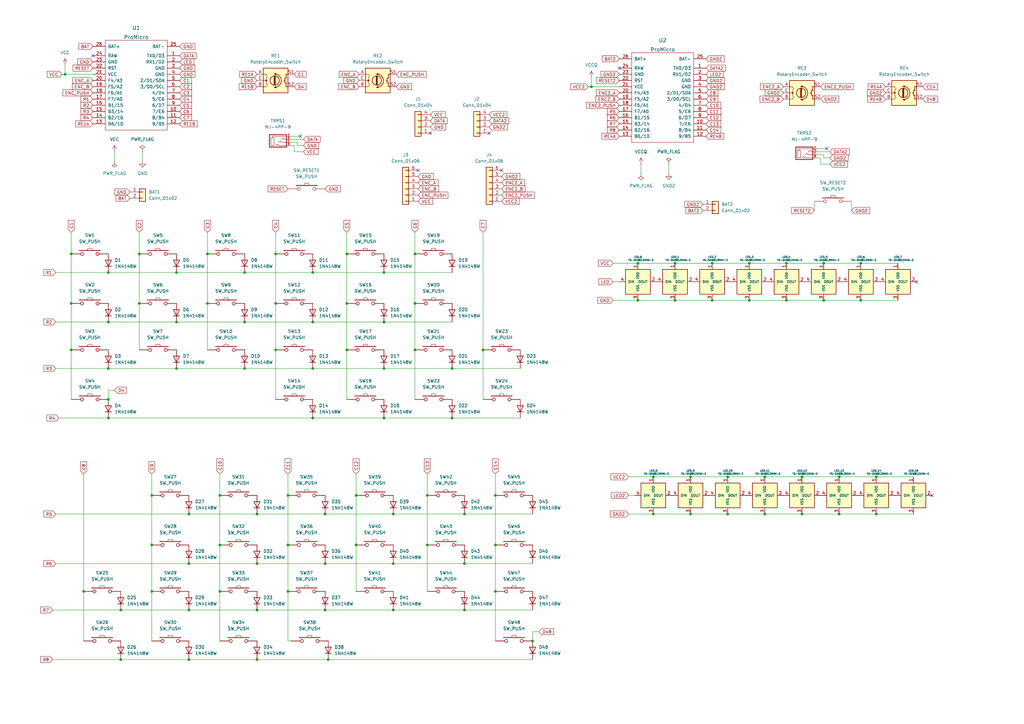
<source format=kicad_sch>
(kicad_sch (version 20211123) (generator eeschema)
  (paper "A3")
  (lib_symbols
    (symbol "Connector_Generic:Conn_01x02" (pin_names (offset 1.016) hide)
      (property "Reference" "J" (at 0 2.54 0))
      (property "Value" "Conn_01x02" (at 0 -5.08 0))
      (symbol "Conn_01x02_1_1"
        (pin passive line (at -5.08 0 0) (length 3.81) (name "Pin_1") (number "1"))
        (pin passive line (at -5.08 -2.54 0) (length 3.81) (name "Pin_2") (number "2"))
      )
    )
    (symbol "Connector_Generic:Conn_01x04" (pin_names (offset 1.016) hide)
      (property "Reference" "J" (at 0 5.08 0))
      (property "Value" "Conn_01x04" (at 0 -7.62 0))
      (symbol "Conn_01x04_1_1"
        (pin passive line (at -5.08 2.54 0) (length 3.81) (name "Pin_1") (number "1"))
        (pin passive line (at -5.08 0 0) (length 3.81) (name "Pin_2") (number "2"))
        (pin passive line (at -5.08 -2.54 0) (length 3.81) (name "Pin_3") (number "3"))
        (pin passive line (at -5.08 -5.08 0) (length 3.81) (name "Pin_4") (number "4"))
      )
    )
    (symbol "Connector_Generic:Conn_01x06" (pin_names (offset 1.016) hide)
      (property "Reference" "J" (at 0 7.62 0))
      (property "Value" "Conn_01x06" (at 0 -10.16 0))
      (symbol "Conn_01x06_1_1"
        (pin passive line (at -5.08 5.08 0) (length 3.81) (name "Pin_1") (number "1"))
        (pin passive line (at -5.08 2.54 0) (length 3.81) (name "Pin_2") (number "2"))
        (pin passive line (at -5.08 0 0) (length 3.81) (name "Pin_3") (number "3"))
        (pin passive line (at -5.08 -2.54 0) (length 3.81) (name "Pin_4") (number "4"))
        (pin passive line (at -5.08 -5.08 0) (length 3.81) (name "Pin_5") (number "5"))
        (pin passive line (at -5.08 -7.62 0) (length 3.81) (name "Pin_6") (number "6"))
      )
    )
    (symbol "Device:RotaryEncoder_Switch" (pin_names (offset 0.254) hide)
      (property "Reference" "SW" (at 0 6.604 0))
      (property "Value" "RotaryEncoder_Switch" (at 0 -6.604 0))
      (symbol "RotaryEncoder_Switch_1_1"
        (pin passive line (at -7.62 2.54 0) (length 2.54) (name "A") (number "A"))
        (pin passive line (at -7.62 -2.54 0) (length 2.54) (name "B") (number "B"))
        (pin passive line (at -7.62 0 0) (length 2.54) (name "C") (number "C"))
        (pin passive line (at 7.62 2.54 180) (length 2.54) (name "S1") (number "S1"))
        (pin passive line (at 7.62 -2.54 180) (length 2.54) (name "S2") (number "S2"))
      )
    )
    (symbol "Diode:1N4148W" (pin_numbers hide) (pin_names (offset 1.016) hide)
      (property "Reference" "D" (at 0 2.54 0))
      (property "Value" "1N4148W" (at 0 -2.54 0))
      (symbol "1N4148W_1_1"
        (pin passive line (at -3.81 0 0) (length 2.54) (name "K") (number "1"))
        (pin passive line (at 3.81 0 180) (length 2.54) (name "A") (number "2"))
      )
    )
    (symbol "kbd:MJ-4PP-9" (pin_names (offset 1.016))
      (property "Reference" "J" (at 0 3.81 0))
      (property "Value" "MJ-4PP-9" (at 0 -3.81 0))
      (symbol "MJ-4PP-9_1_1"
        (pin input line (at 5.08 1.905 180) (length 2.0066) (name "~") (number "A"))
        (pin input line (at 5.08 -1.905 180) (length 2.0066) (name "~") (number "B"))
        (pin input line (at 5.08 -0.635 180) (length 2.0066) (name "~") (number "C"))
        (pin input line (at 5.08 0.635 180) (length 2.0066) (name "~") (number "D"))
      )
    )
    (symbol "kbd:SW_PUSH" (pin_numbers hide) (pin_names (offset 1.016) hide)
      (property "Reference" "SW" (at 3.81 2.794 0))
      (property "Value" "SW_PUSH" (at 0 -2.032 0))
      (symbol "SW_PUSH_0_1"
        (pin passive inverted (at -7.62 0 0) (length 5.08) (name "1") (number "1"))
        (pin passive inverted (at 7.62 0 180) (length 5.08) (name "2") (number "2"))
      )
    )
    (symbol "kbd:YS-SK6812MINI-E" (pin_names (offset 1.016))
      (property "Reference" "LED" (at 2.54 -7.62 0))
      (property "Value" "YS-SK6812MINI-E" (at 6.35 -6.35 0))
      (symbol "YS-SK6812MINI-E_1_1"
        (pin power_in line (at 0 7.62 270) (length 2.54) (name "VDD") (number "1"))
        (pin output line (at 7.62 0 180) (length 2.54) (name "DOUT") (number "2"))
        (pin power_in line (at 0 -7.62 90) (length 2.54) (name "VSS") (number "3"))
        (pin input line (at -7.62 0 0) (length 2.54) (name "DIN") (number "4"))
      )
    )
    (symbol "power:GND" (power) (pin_names (offset 0))
      (property "Value" "GND" (at 0 -3.81 0))
      (symbol "GND_1_1"
        (pin power_in line (at 0 0 270) (length 0) hide (name "GND") (number "1"))
      )
    )
    (symbol "power:GND2" (power) (pin_names (offset 0))
      (property "Value" "GND2" (at 0 -3.81 0))
      (symbol "GND2_1_1"
        (pin power_in line (at 0 0 270) (length 0) hide (name "GND2") (number "1"))
      )
    )
    (symbol "power:PWR_FLAG" (power) (pin_numbers hide) (pin_names (offset 0) hide)
      (property "Value" "PWR_FLAG" (at 0 3.81 0))
      (symbol "PWR_FLAG_0_0"
        (pin power_out line (at 0 0 90) (length 0) (name "pwr") (number "1"))
      )
    )
    (symbol "power:VCC" (power) (pin_names (offset 0))
      (property "Value" "VCC" (at 0 3.81 0))
      (symbol "VCC_1_1"
        (pin power_in line (at 0 0 90) (length 0) hide (name "VCC") (number "1"))
      )
    )
    (symbol "power:VCCQ" (power) (pin_names (offset 0))
      (property "Value" "VCCQ" (at 0 3.81 0))
      (symbol "VCCQ_1_1"
        (pin power_in line (at 0 0 90) (length 0) hide (name "VCCQ") (number "1"))
      )
    )
    (symbol "willow:ProMicro" (pin_names (offset 1.016))
      (property "Reference" "U" (at 0 21.59 0))
      (property "Value" "ProMicro" (at 0 -19.05 0))
      (symbol "ProMicro_1_1"
        (pin bidirectional line (at -17.78 13.97 0) (length 5.08) (name "TX0/D3") (number "1"))
        (pin bidirectional line (at -17.78 -8.89 0) (length 5.08) (name "7/E6") (number "10"))
        (pin bidirectional line (at -17.78 -11.43 0) (length 5.08) (name "8/B4") (number "11"))
        (pin bidirectional line (at -17.78 -13.97 0) (length 5.08) (name "9/B5") (number "12"))
        (pin bidirectional line (at 17.78 -13.97 180) (length 5.08) (name "B6/10") (number "13"))
        (pin bidirectional line (at 17.78 -11.43 180) (length 5.08) (name "B2/16") (number "14"))
        (pin bidirectional line (at 17.78 -8.89 180) (length 5.08) (name "B3/14") (number "15"))
        (pin bidirectional line (at 17.78 -6.35 180) (length 5.08) (name "B1/15") (number "16"))
        (pin bidirectional line (at 17.78 -3.81 180) (length 5.08) (name "F7/A0") (number "17"))
        (pin bidirectional line (at 17.78 -1.27 180) (length 5.08) (name "F6/A1") (number "18"))
        (pin bidirectional line (at 17.78 1.27 180) (length 5.08) (name "F5/A2") (number "19"))
        (pin bidirectional line (at -17.78 11.43 0) (length 5.08) (name "RX1/D2") (number "2"))
        (pin bidirectional line (at 17.78 3.81 180) (length 5.08) (name "F4/A3") (number "20"))
        (pin power_in line (at 17.78 6.35 180) (length 5.08) (name "VCC") (number "21"))
        (pin input line (at 17.78 8.89 180) (length 5.08) (name "RST") (number "22"))
        (pin power_in line (at 17.78 11.43 180) (length 5.08) (name "GND") (number "23"))
        (pin power_out line (at 17.78 13.97 180) (length 5.08) (name "RAW") (number "24"))
        (pin power_in line (at -17.78 17.78 0) (length 5.08) (name "BAT-") (number "25"))
        (pin input line (at 17.78 17.78 180) (length 5.08) (name "BAT+") (number "26"))
        (pin power_in line (at -17.78 8.89 0) (length 5.08) (name "GND") (number "3"))
        (pin power_in line (at -17.78 6.35 0) (length 5.08) (name "GND") (number "4"))
        (pin bidirectional line (at -17.78 3.81 0) (length 5.08) (name "2/D1/SDA") (number "5"))
        (pin bidirectional line (at -17.78 1.27 0) (length 5.08) (name "3/D0/SCL") (number "6"))
        (pin bidirectional line (at -17.78 -1.27 0) (length 5.08) (name "4/D4") (number "7"))
        (pin bidirectional line (at -17.78 -3.81 0) (length 5.08) (name "5/C6") (number "8"))
        (pin bidirectional line (at -17.78 -6.35 0) (length 5.08) (name "6/D7") (number "9"))
      )
    )
  )
  (junction (at 298.45 195.58))
  (junction (at 90.17 223.52))
  (junction (at 353.06 107.95))
  (junction (at 344.17 195.58))
  (junction (at 44.45 111.76))
  (junction (at 175.26 203.2))
  (junction (at 62.23 242.57))
  (junction (at 100.33 151.13))
  (junction (at 190.5 231.14))
  (junction (at 105.41 270.51))
  (junction (at 170.18 124.46))
  (junction (at 161.29 210.82))
  (junction (at 133.35 210.82))
  (junction (at 62.23 203.2))
  (junction (at 298.45 210.82))
  (junction (at 142.24 124.46))
  (junction (at 170.18 104.14))
  (junction (at 57.15 104.14))
  (junction (at 190.5 210.82))
  (junction (at 133.35 250.19))
  (junction (at 105.41 231.14))
  (junction (at 146.05 223.52))
  (junction (at 44.45 132.08))
  (junction (at 100.33 132.08))
  (junction (at 118.11 203.2))
  (junction (at 72.39 132.08))
  (junction (at 113.03 104.14))
  (junction (at 77.47 210.82))
  (junction (at 313.69 210.82))
  (junction (at 190.5 250.19))
  (junction (at 62.23 223.52))
  (junction (at 44.45 171.45))
  (junction (at 100.33 111.76))
  (junction (at 198.12 143.51))
  (junction (at 105.41 210.82))
  (junction (at 283.21 195.58))
  (junction (at 72.39 111.76))
  (junction (at 128.27 111.76))
  (junction (at 161.29 250.19))
  (junction (at 44.45 163.83))
  (junction (at 170.18 143.51))
  (junction (at 49.53 250.19))
  (junction (at 261.62 123.19))
  (junction (at 322.58 123.19))
  (junction (at 203.2 203.2))
  (junction (at 128.27 151.13))
  (junction (at 29.21 124.46))
  (junction (at 85.09 104.14))
  (junction (at 157.48 132.08))
  (junction (at 292.1 123.19))
  (junction (at 276.86 107.95))
  (junction (at 90.17 242.57))
  (junction (at 276.86 123.19))
  (junction (at 307.34 123.19))
  (junction (at 113.03 124.46))
  (junction (at 359.41 195.58))
  (junction (at 157.48 151.13))
  (junction (at 57.15 124.46))
  (junction (at 185.42 171.45))
  (junction (at 26.67 30.48))
  (junction (at 185.42 151.13))
  (junction (at 261.62 107.95))
  (junction (at 157.48 111.76))
  (junction (at 203.2 242.57))
  (junction (at 328.93 210.82))
  (junction (at 142.24 104.14))
  (junction (at 337.82 123.19))
  (junction (at 29.21 143.51))
  (junction (at 128.27 171.45))
  (junction (at 344.17 210.82))
  (junction (at 203.2 223.52))
  (junction (at 29.21 104.14))
  (junction (at 105.41 250.19))
  (junction (at 161.29 231.14))
  (junction (at 267.97 210.82))
  (junction (at 77.47 270.51))
  (junction (at 134.62 270.51))
  (junction (at 175.26 223.52))
  (junction (at 118.11 242.57))
  (junction (at 49.53 270.51))
  (junction (at 292.1 107.95))
  (junction (at 77.47 250.19))
  (junction (at 218.44 262.89))
  (junction (at 328.93 195.58))
  (junction (at 242.57 35.56))
  (junction (at 322.58 107.95))
  (junction (at 146.05 203.2))
  (junction (at 72.39 151.13))
  (junction (at 113.03 143.51))
  (junction (at 267.97 195.58))
  (junction (at 77.47 231.14))
  (junction (at 353.06 123.19))
  (junction (at 34.29 242.57))
  (junction (at 283.21 210.82))
  (junction (at 142.24 143.51))
  (junction (at 337.82 107.95))
  (junction (at 90.17 203.2))
  (junction (at 157.48 171.45))
  (junction (at 359.41 210.82))
  (junction (at 118.11 223.52))
  (junction (at 128.27 132.08))
  (junction (at 85.09 124.46))
  (junction (at 313.69 195.58))
  (junction (at 44.45 151.13))
  (junction (at 133.35 231.14))
  (junction (at 307.34 107.95))
  (no_connect (at 375.92 115.57))
  (no_connect (at 123.19 55.88))
  (no_connect (at 176.53 54.61))
  (no_connect (at 254 27.94))
  (no_connect (at 171.45 69.85))
  (no_connect (at 205.74 69.85))
  (no_connect (at 38.1 22.86))
  (no_connect (at 339.09 60.96))
  (no_connect (at 382.27 203.2))
  (no_connect (at 200.66 54.61))
  (wire (pts (xy 175.26 223.52) (xy 175.26 242.57)))
  (wire (pts (xy 34.29 242.57) (xy 34.29 262.89)))
  (wire (pts (xy 328.93 195.58) (xy 344.17 195.58)))
  (wire (pts (xy 133.35 231.14) (xy 161.29 231.14)))
  (wire (pts (xy 335.28 62.23) (xy 340.36 62.23)))
  (wire (pts (xy 262.89 67.31) (xy 262.89 71.12)))
  (wire (pts (xy 105.41 231.14) (xy 133.35 231.14)))
  (wire (pts (xy 157.48 132.08) (xy 185.42 132.08)))
  (wire (pts (xy 185.42 151.13) (xy 213.36 151.13)))
  (wire (pts (xy 62.23 223.52) (xy 62.23 242.57)))
  (wire (pts (xy 72.39 151.13) (xy 100.33 151.13)))
  (wire (pts (xy 242.57 35.56) (xy 254 35.56)))
  (wire (pts (xy 257.81 195.58) (xy 267.97 195.58)))
  (wire (pts (xy 170.18 95.25) (xy 170.18 104.14)))
  (wire (pts (xy 62.23 242.57) (xy 62.23 262.89)))
  (wire (pts (xy 261.62 107.95) (xy 276.86 107.95)))
  (wire (pts (xy 22.86 151.13) (xy 44.45 151.13)))
  (wire (pts (xy 85.09 124.46) (xy 85.09 143.51)))
  (wire (pts (xy 334.01 86.36) (xy 334.01 82.55)))
  (wire (pts (xy 100.33 132.08) (xy 128.27 132.08)))
  (wire (pts (xy 170.18 143.51) (xy 170.18 163.83)))
  (wire (pts (xy 118.11 203.2) (xy 118.11 223.52)))
  (wire (pts (xy 44.45 132.08) (xy 22.86 132.08)))
  (wire (pts (xy 190.5 210.82) (xy 218.44 210.82)))
  (wire (pts (xy 134.62 270.51) (xy 218.44 270.51)))
  (wire (pts (xy 146.05 203.2) (xy 146.05 223.52)))
  (wire (pts (xy 85.09 104.14) (xy 85.09 124.46)))
  (wire (pts (xy 335.28 60.96) (xy 339.09 60.96)))
  (wire (pts (xy 292.1 123.19) (xy 307.34 123.19)))
  (wire (pts (xy 274.32 67.31) (xy 274.32 71.12)))
  (wire (pts (xy 44.45 171.45) (xy 128.27 171.45)))
  (wire (pts (xy 203.2 194.31) (xy 203.2 203.2)))
  (wire (pts (xy 34.29 194.31) (xy 34.29 242.57)))
  (wire (pts (xy 251.46 123.19) (xy 261.62 123.19)))
  (wire (pts (xy 322.58 107.95) (xy 337.82 107.95)))
  (wire (pts (xy 44.45 111.76) (xy 72.39 111.76)))
  (wire (pts (xy 121.92 59.69) (xy 121.92 58.42)))
  (wire (pts (xy 251.46 115.57) (xy 254 115.57)))
  (wire (pts (xy 198.12 143.51) (xy 198.12 163.83)))
  (wire (pts (xy 46.99 62.23) (xy 46.99 66.04)))
  (wire (pts (xy 185.42 171.45) (xy 213.36 171.45)))
  (wire (pts (xy 175.26 194.31) (xy 175.26 203.2)))
  (wire (pts (xy 105.41 250.19) (xy 133.35 250.19)))
  (wire (pts (xy 203.2 203.2) (xy 203.2 223.52)))
  (wire (pts (xy 344.17 210.82) (xy 359.41 210.82)))
  (wire (pts (xy 128.27 111.76) (xy 157.48 111.76)))
  (wire (pts (xy 353.06 107.95) (xy 368.3 107.95)))
  (wire (pts (xy 90.17 194.31) (xy 90.17 203.2)))
  (wire (pts (xy 313.69 210.82) (xy 328.93 210.82)))
  (wire (pts (xy 257.81 210.82) (xy 267.97 210.82)))
  (wire (pts (xy 313.69 195.58) (xy 328.93 195.58)))
  (wire (pts (xy 241.3 35.56) (xy 242.57 35.56)))
  (wire (pts (xy 276.86 123.19) (xy 292.1 123.19)))
  (wire (pts (xy 142.24 143.51) (xy 142.24 163.83)))
  (wire (pts (xy 21.59 250.19) (xy 49.53 250.19)))
  (wire (pts (xy 90.17 242.57) (xy 90.17 262.89)))
  (wire (pts (xy 72.39 111.76) (xy 100.33 111.76)))
  (wire (pts (xy 128.27 171.45) (xy 157.48 171.45)))
  (wire (pts (xy 119.38 57.15) (xy 124.46 57.15)))
  (wire (pts (xy 57.15 95.25) (xy 57.15 104.14)))
  (wire (pts (xy 337.82 64.77) (xy 337.82 63.5)))
  (wire (pts (xy 283.21 195.58) (xy 298.45 195.58)))
  (wire (pts (xy 267.97 195.58) (xy 283.21 195.58)))
  (wire (pts (xy 251.46 107.95) (xy 261.62 107.95)))
  (wire (pts (xy 283.21 210.82) (xy 298.45 210.82)))
  (wire (pts (xy 22.86 111.76) (xy 44.45 111.76)))
  (wire (pts (xy 29.21 95.25) (xy 29.21 104.14)))
  (wire (pts (xy 29.21 104.14) (xy 29.21 124.46)))
  (wire (pts (xy 49.53 270.51) (xy 77.47 270.51)))
  (wire (pts (xy 170.18 124.46) (xy 170.18 143.51)))
  (wire (pts (xy 146.05 223.52) (xy 146.05 242.57)))
  (wire (pts (xy 77.47 231.14) (xy 22.86 231.14)))
  (wire (pts (xy 267.97 210.82) (xy 283.21 210.82)))
  (wire (pts (xy 121.92 58.42) (xy 119.38 58.42)))
  (wire (pts (xy 349.25 86.36) (xy 349.25 82.55)))
  (wire (pts (xy 26.67 30.48) (xy 38.1 30.48)))
  (wire (pts (xy 85.09 95.25) (xy 85.09 104.14)))
  (wire (pts (xy 58.42 62.23) (xy 58.42 66.04)))
  (wire (pts (xy 44.45 160.02) (xy 44.45 163.83)))
  (wire (pts (xy 359.41 210.82) (xy 374.65 210.82)))
  (wire (pts (xy 62.23 194.31) (xy 62.23 203.2)))
  (wire (pts (xy 203.2 223.52) (xy 203.2 242.57)))
  (wire (pts (xy 203.2 242.57) (xy 203.2 262.89)))
  (wire (pts (xy 118.11 262.89) (xy 119.38 262.89)))
  (wire (pts (xy 353.06 123.19) (xy 368.3 123.19)))
  (wire (pts (xy 146.05 194.31) (xy 146.05 203.2)))
  (wire (pts (xy 161.29 231.14) (xy 190.5 231.14)))
  (wire (pts (xy 44.45 132.08) (xy 72.39 132.08)))
  (wire (pts (xy 118.11 223.52) (xy 118.11 242.57)))
  (wire (pts (xy 21.59 270.51) (xy 49.53 270.51)))
  (wire (pts (xy 29.21 143.51) (xy 29.21 163.83)))
  (wire (pts (xy 22.86 210.82) (xy 77.47 210.82)))
  (wire (pts (xy 157.48 151.13) (xy 185.42 151.13)))
  (wire (pts (xy 77.47 231.14) (xy 105.41 231.14)))
  (wire (pts (xy 72.39 132.08) (xy 100.33 132.08)))
  (wire (pts (xy 307.34 123.19) (xy 322.58 123.19)))
  (wire (pts (xy 57.15 104.14) (xy 57.15 124.46)))
  (wire (pts (xy 118.11 194.31) (xy 118.11 203.2)))
  (wire (pts (xy 113.03 143.51) (xy 113.03 163.83)))
  (wire (pts (xy 118.11 242.57) (xy 118.11 262.89)))
  (wire (pts (xy 142.24 104.14) (xy 142.24 124.46)))
  (wire (pts (xy 57.15 124.46) (xy 57.15 143.51)))
  (wire (pts (xy 26.67 26.67) (xy 26.67 30.48)))
  (wire (pts (xy 344.17 195.58) (xy 359.41 195.58)))
  (wire (pts (xy 124.46 59.69) (xy 121.92 59.69)))
  (wire (pts (xy 46.99 160.02) (xy 44.45 160.02)))
  (wire (pts (xy 113.03 124.46) (xy 113.03 143.51)))
  (wire (pts (xy 242.57 31.75) (xy 242.57 35.56)))
  (wire (pts (xy 100.33 151.13) (xy 128.27 151.13)))
  (wire (pts (xy 292.1 107.95) (xy 307.34 107.95)))
  (wire (pts (xy 218.44 259.08) (xy 218.44 262.89)))
  (wire (pts (xy 25.4 30.48) (xy 26.67 30.48)))
  (wire (pts (xy 105.41 210.82) (xy 133.35 210.82)))
  (wire (pts (xy 276.86 107.95) (xy 292.1 107.95)))
  (wire (pts (xy 336.55 67.31) (xy 336.55 64.77)))
  (wire (pts (xy 328.93 210.82) (xy 344.17 210.82)))
  (wire (pts (xy 120.65 59.69) (xy 119.38 59.69)))
  (wire (pts (xy 161.29 250.19) (xy 190.5 250.19)))
  (wire (pts (xy 190.5 250.19) (xy 218.44 250.19)))
  (wire (pts (xy 257.81 203.2) (xy 260.35 203.2)))
  (wire (pts (xy 49.53 250.19) (xy 77.47 250.19)))
  (wire (pts (xy 157.48 171.45) (xy 185.42 171.45)))
  (wire (pts (xy 29.21 124.46) (xy 29.21 143.51)))
  (wire (pts (xy 133.35 250.19) (xy 161.29 250.19)))
  (wire (pts (xy 133.35 210.82) (xy 161.29 210.82)))
  (wire (pts (xy 340.36 64.77) (xy 337.82 64.77)))
  (wire (pts (xy 161.29 210.82) (xy 190.5 210.82)))
  (wire (pts (xy 113.03 104.14) (xy 113.03 124.46)))
  (wire (pts (xy 220.98 259.08) (xy 218.44 259.08)))
  (wire (pts (xy 90.17 203.2) (xy 90.17 223.52)))
  (wire (pts (xy 77.47 270.51) (xy 105.41 270.51)))
  (wire (pts (xy 90.17 223.52) (xy 90.17 242.57)))
  (wire (pts (xy 298.45 195.58) (xy 313.69 195.58)))
  (wire (pts (xy 128.27 151.13) (xy 157.48 151.13)))
  (wire (pts (xy 77.47 250.19) (xy 105.41 250.19)))
  (wire (pts (xy 120.65 62.23) (xy 120.65 59.69)))
  (wire (pts (xy 359.41 195.58) (xy 374.65 195.58)))
  (wire (pts (xy 124.46 62.23) (xy 120.65 62.23)))
  (wire (pts (xy 77.47 210.82) (xy 105.41 210.82)))
  (wire (pts (xy 100.33 111.76) (xy 128.27 111.76)))
  (wire (pts (xy 142.24 124.46) (xy 142.24 143.51)))
  (wire (pts (xy 337.82 123.19) (xy 353.06 123.19)))
  (wire (pts (xy 190.5 231.14) (xy 218.44 231.14)))
  (wire (pts (xy 337.82 107.95) (xy 353.06 107.95)))
  (wire (pts (xy 337.82 63.5) (xy 335.28 63.5)))
  (wire (pts (xy 340.36 67.31) (xy 336.55 67.31)))
  (wire (pts (xy 44.45 151.13) (xy 72.39 151.13)))
  (wire (pts (xy 105.41 270.51) (xy 134.62 270.51)))
  (wire (pts (xy 336.55 64.77) (xy 335.28 64.77)))
  (wire (pts (xy 261.62 123.19) (xy 276.86 123.19)))
  (wire (pts (xy 175.26 203.2) (xy 175.26 223.52)))
  (wire (pts (xy 119.38 55.88) (xy 123.19 55.88)))
  (wire (pts (xy 322.58 123.19) (xy 337.82 123.19)))
  (wire (pts (xy 157.48 111.76) (xy 185.42 111.76)))
  (wire (pts (xy 298.45 210.82) (xy 313.69 210.82)))
  (wire (pts (xy 113.03 95.25) (xy 113.03 104.14)))
  (wire (pts (xy 142.24 95.25) (xy 142.24 104.14)))
  (wire (pts (xy 24.13 171.45) (xy 44.45 171.45)))
  (wire (pts (xy 62.23 203.2) (xy 62.23 223.52)))
  (wire (pts (xy 170.18 104.14) (xy 170.18 124.46)))
  (wire (pts (xy 307.34 107.95) (xy 322.58 107.95)))
  (wire (pts (xy 198.12 95.25) (xy 198.12 143.51)))
  (wire (pts (xy 128.27 132.08) (xy 157.48 132.08)))
  (global_label "ENC2_PUSH" (shape input) (at 205.74 80.01 0) (property "Intersheet References" "${INTERSHEET_REFS}" (effects hide)))
  (global_label "ENC_B" (shape input) (at 38.1 35.56 180) (property "Intersheet References" "${INTERSHEET_REFS}" (effects hide)))
  (global_label "RESET" (shape input) (at 38.1 27.94 180) (property "Intersheet References" "${INTERSHEET_REFS}" (effects hide)))
  (global_label "C8" (shape input) (at 289.56 38.1 0) (property "Intersheet References" "${INTERSHEET_REFS}" (effects hide)))
  (global_label "LED2" (shape input) (at 289.56 30.48 0) (property "Intersheet References" "${INTERSHEET_REFS}" (effects hide)))
  (global_label "R8" (shape input) (at 254 53.34 180) (property "Intersheet References" "${INTERSHEET_REFS}" (effects hide)))
  (global_label "RESET2" (shape input) (at 254 33.02 180) (property "Intersheet References" "${INTERSHEET_REFS}" (effects hide)))
  (global_label "R1" (shape input) (at 22.86 111.76 180) (property "Intersheet References" "${INTERSHEET_REFS}" (effects hide)))
  (global_label "GND" (shape input) (at 73.66 27.94 0) (property "Intersheet References" "${INTERSHEET_REFS}" (effects hide)))
  (global_label "C1" (shape input) (at 29.21 95.25 90) (property "Intersheet References" "${INTERSHEET_REFS}" (effects hide)))
  (global_label "C11" (shape input) (at 289.56 45.72 0) (property "Intersheet References" "${INTERSHEET_REFS}" (effects hide)))
  (global_label "GND" (shape input) (at 105.41 33.02 180) (property "Intersheet References" "${INTERSHEET_REFS}" (effects hide)))
  (global_label "C13" (shape input) (at 175.26 194.31 90) (property "Intersheet References" "${INTERSHEET_REFS}" (effects hide)))
  (global_label "R2" (shape input) (at 38.1 43.18 180) (property "Intersheet References" "${INTERSHEET_REFS}" (effects hide)))
  (global_label "R6" (shape input) (at 22.86 231.14 180) (property "Intersheet References" "${INTERSHEET_REFS}" (effects hide)))
  (global_label "DATA" (shape input) (at 73.66 22.86 0) (property "Intersheet References" "${INTERSHEET_REFS}" (effects hide)))
  (global_label "ENC2_A" (shape input) (at 205.74 74.93 0) (property "Intersheet References" "${INTERSHEET_REFS}" (effects hide)))
  (global_label "ENC_A" (shape input) (at 171.45 74.93 0) (property "Intersheet References" "${INTERSHEET_REFS}" (effects hide)))
  (global_label "C10" (shape input) (at 289.56 43.18 0) (property "Intersheet References" "${INTERSHEET_REFS}" (effects hide)))
  (global_label "ENC_A" (shape input) (at 38.1 33.02 180) (property "Intersheet References" "${INTERSHEET_REFS}" (effects hide)))
  (global_label "C2" (shape input) (at 57.15 95.25 90) (property "Intersheet References" "${INTERSHEET_REFS}" (effects hide)))
  (global_label "GND2" (shape input) (at 336.55 40.64 0) (property "Intersheet References" "${INTERSHEET_REFS}" (effects hide)))
  (global_label "C4" (shape input) (at 73.66 40.64 0) (property "Intersheet References" "${INTERSHEET_REFS}" (effects hide)))
  (global_label "R3" (shape input) (at 38.1 45.72 180) (property "Intersheet References" "${INTERSHEET_REFS}" (effects hide)))
  (global_label "DATA" (shape input) (at 124.46 57.15 0) (property "Intersheet References" "${INTERSHEET_REFS}" (effects hide)))
  (global_label "GND2" (shape input) (at 205.74 72.39 0) (property "Intersheet References" "${INTERSHEET_REFS}" (effects hide)))
  (global_label "RE1B" (shape input) (at 105.41 35.56 180) (property "Intersheet References" "${INTERSHEET_REFS}" (effects hide)))
  (global_label "DATA2" (shape input) (at 289.56 27.94 0) (property "Intersheet References" "${INTERSHEET_REFS}" (effects hide)))
  (global_label "ENC2_B" (shape input) (at 321.31 40.64 180) (property "Intersheet References" "${INTERSHEET_REFS}" (effects hide)))
  (global_label "VCC2" (shape input) (at 205.74 82.55 0) (property "Intersheet References" "${INTERSHEET_REFS}" (effects hide)))
  (global_label "C1" (shape input) (at 120.65 30.48 0) (property "Intersheet References" "${INTERSHEET_REFS}" (effects hide)))
  (global_label "VCC" (shape input) (at 171.45 82.55 0) (property "Intersheet References" "${INTERSHEET_REFS}" (effects hide)))
  (global_label "VCC2" (shape input) (at 241.3 35.56 180) (property "Intersheet References" "${INTERSHEET_REFS}" (effects hide)))
  (global_label "GND" (shape input) (at 176.53 52.07 0) (property "Intersheet References" "${INTERSHEET_REFS}" (effects hide)))
  (global_label "D48" (shape input) (at 378.46 40.64 0) (property "Intersheet References" "${INTERSHEET_REFS}" (effects hide)))
  (global_label "R5" (shape input) (at 22.86 210.82 180) (property "Intersheet References" "${INTERSHEET_REFS}" (effects hide)))
  (global_label "RE1A" (shape input) (at 105.41 30.48 180) (property "Intersheet References" "${INTERSHEET_REFS}" (effects hide)))
  (global_label "GND" (shape input) (at 124.46 59.69 0) (property "Intersheet References" "${INTERSHEET_REFS}" (effects hide)))
  (global_label "C2" (shape input) (at 73.66 35.56 0) (property "Intersheet References" "${INTERSHEET_REFS}" (effects hide)))
  (global_label "GND2" (shape input) (at 288.29 83.82 180) (property "Intersheet References" "${INTERSHEET_REFS}" (effects hide)))
  (global_label "GND" (shape input) (at 171.45 72.39 0) (property "Intersheet References" "${INTERSHEET_REFS}" (effects hide)))
  (global_label "GND2" (shape input) (at 254 30.48 180) (property "Intersheet References" "${INTERSHEET_REFS}" (effects hide)))
  (global_label "BAT" (shape input) (at 38.1 19.05 180) (property "Intersheet References" "${INTERSHEET_REFS}" (effects hide)))
  (global_label "GND2" (shape input) (at 363.22 38.1 180) (property "Intersheet References" "${INTERSHEET_REFS}" (effects hide)))
  (global_label "ENC2_PUSH" (shape input) (at 336.55 35.56 0) (property "Intersheet References" "${INTERSHEET_REFS}" (effects hide)))
  (global_label "DATA2" (shape input) (at 340.36 62.23 0) (property "Intersheet References" "${INTERSHEET_REFS}" (effects hide)))
  (global_label "ENC2_B" (shape input) (at 254 40.64 180) (property "Intersheet References" "${INTERSHEET_REFS}" (effects hide)))
  (global_label "R1" (shape input) (at 38.1 40.64 180) (property "Intersheet References" "${INTERSHEET_REFS}" (effects hide)))
  (global_label "ENC_A" (shape input) (at 147.32 30.48 180) (property "Intersheet References" "${INTERSHEET_REFS}" (effects hide)))
  (global_label "VCC" (shape input) (at 251.46 107.95 180) (property "Intersheet References" "${INTERSHEET_REFS}" (effects hide)))
  (global_label "LED" (shape input) (at 73.66 25.4 0) (property "Intersheet References" "${INTERSHEET_REFS}" (effects hide)))
  (global_label "R4" (shape input) (at 24.13 171.45 180) (property "Intersheet References" "${INTERSHEET_REFS}" (effects hide)))
  (global_label "RESET2" (shape input) (at 334.01 86.36 180) (property "Intersheet References" "${INTERSHEET_REFS}" (effects hide)))
  (global_label "GND" (shape input) (at 251.46 123.19 180) (property "Intersheet References" "${INTERSHEET_REFS}" (effects hide)))
  (global_label "RE4B" (shape input) (at 289.56 55.88 0) (property "Intersheet References" "${INTERSHEET_REFS}" (effects hide)))
  (global_label "ENC_PUSH" (shape input) (at 162.56 30.48 0) (property "Intersheet References" "${INTERSHEET_REFS}" (effects hide)))
  (global_label "GND2" (shape input) (at 340.36 64.77 0) (property "Intersheet References" "${INTERSHEET_REFS}" (effects hide)))
  (global_label "C9" (shape input) (at 289.56 40.64 0) (property "Intersheet References" "${INTERSHEET_REFS}" (effects hide)))
  (global_label "C6" (shape input) (at 73.66 45.72 0) (property "Intersheet References" "${INTERSHEET_REFS}" (effects hide)))
  (global_label "R5" (shape input) (at 254 45.72 180) (property "Intersheet References" "${INTERSHEET_REFS}" (effects hide)))
  (global_label "D4" (shape input) (at 120.65 35.56 0) (property "Intersheet References" "${INTERSHEET_REFS}" (effects hide)))
  (global_label "ENC_PUSH" (shape input) (at 171.45 80.01 0) (property "Intersheet References" "${INTERSHEET_REFS}" (effects hide)))
  (global_label "GND2" (shape input) (at 289.56 33.02 0) (property "Intersheet References" "${INTERSHEET_REFS}" (effects hide)))
  (global_label "GND2" (shape input) (at 289.56 35.56 0) (property "Intersheet References" "${INTERSHEET_REFS}" (effects hide)))
  (global_label "R8" (shape input) (at 21.59 270.51 180) (property "Intersheet References" "${INTERSHEET_REFS}" (effects hide)))
  (global_label "VCC2" (shape input) (at 257.81 195.58 180) (property "Intersheet References" "${INTERSHEET_REFS}" (effects hide)))
  (global_label "C1" (shape input) (at 73.66 33.02 0) (property "Intersheet References" "${INTERSHEET_REFS}" (effects hide)))
  (global_label "GND2" (shape input) (at 289.56 24.13 0) (property "Intersheet References" "${INTERSHEET_REFS}" (effects hide)))
  (global_label "C11" (shape input) (at 118.11 194.31 90) (property "Intersheet References" "${INTERSHEET_REFS}" (effects hide)))
  (global_label "ENC2_A" (shape input) (at 254 38.1 180) (property "Intersheet References" "${INTERSHEET_REFS}" (effects hide)))
  (global_label "GND" (shape input) (at 53.34 78.74 180) (property "Intersheet References" "${INTERSHEET_REFS}" (effects hide)))
  (global_label "C4" (shape input) (at 113.03 95.25 90) (property "Intersheet References" "${INTERSHEET_REFS}" (effects hide)))
  (global_label "ENC2_B" (shape input) (at 205.74 77.47 0) (property "Intersheet References" "${INTERSHEET_REFS}" (effects hide)))
  (global_label "C14" (shape input) (at 203.2 194.31 90) (property "Intersheet References" "${INTERSHEET_REFS}" (effects hide)))
  (global_label "GND" (shape input) (at 73.66 30.48 0) (property "Intersheet References" "${INTERSHEET_REFS}" (effects hide)))
  (global_label "C14" (shape input) (at 378.46 35.56 0) (property "Intersheet References" "${INTERSHEET_REFS}" (effects hide)))
  (global_label "C7" (shape input) (at 73.66 48.26 0) (property "Intersheet References" "${INTERSHEET_REFS}" (effects hide)))
  (global_label "C5" (shape input) (at 142.24 95.25 90) (property "Intersheet References" "${INTERSHEET_REFS}" (effects hide)))
  (global_label "ENC_B" (shape input) (at 147.32 35.56 180) (property "Intersheet References" "${INTERSHEET_REFS}" (effects hide)))
  (global_label "ENC_PUSH" (shape input) (at 38.1 38.1 180) (property "Intersheet References" "${INTERSHEET_REFS}" (effects hide)))
  (global_label "VCC" (shape input) (at 176.53 46.99 0) (property "Intersheet References" "${INTERSHEET_REFS}" (effects hide)))
  (global_label "RE1A" (shape input) (at 38.1 50.8 180) (property "Intersheet References" "${INTERSHEET_REFS}" (effects hide)))
  (global_label "D48" (shape input) (at 220.98 259.08 0) (property "Intersheet References" "${INTERSHEET_REFS}" (effects hide)))
  (global_label "C8" (shape input) (at 34.29 194.31 90) (property "Intersheet References" "${INTERSHEET_REFS}" (effects hide)))
  (global_label "DATA" (shape input) (at 176.53 49.53 0) (property "Intersheet References" "${INTERSHEET_REFS}" (effects hide)))
  (global_label "GND2" (shape input) (at 200.66 52.07 0) (property "Intersheet References" "${INTERSHEET_REFS}" (effects hide)))
  (global_label "GND2" (shape input) (at 257.81 210.82 180) (property "Intersheet References" "${INTERSHEET_REFS}" (effects hide)))
  (global_label "VCC2" (shape input) (at 200.66 46.99 0) (property "Intersheet References" "${INTERSHEET_REFS}" (effects hide)))
  (global_label "C14" (shape input) (at 289.56 53.34 0) (property "Intersheet References" "${INTERSHEET_REFS}" (effects hide)))
  (global_label "R7" (shape input) (at 254 50.8 180) (property "Intersheet References" "${INTERSHEET_REFS}" (effects hide)))
  (global_label "C10" (shape input) (at 90.17 194.31 90) (property "Intersheet References" "${INTERSHEET_REFS}" (effects hide)))
  (global_label "C7" (shape input) (at 198.12 95.25 90) (property "Intersheet References" "${INTERSHEET_REFS}" (effects hide)))
  (global_label "GND" (shape input) (at 162.56 35.56 0) (property "Intersheet References" "${INTERSHEET_REFS}" (effects hide)))
  (global_label "RE4A" (shape input) (at 363.22 35.56 180) (property "Intersheet References" "${INTERSHEET_REFS}" (effects hide)))
  (global_label "C9" (shape input) (at 62.23 194.31 90) (property "Intersheet References" "${INTERSHEET_REFS}" (effects hide)))
  (global_label "R6" (shape input) (at 254 48.26 180) (property "Intersheet References" "${INTERSHEET_REFS}" (effects hide)))
  (global_label "C12" (shape input) (at 146.05 194.31 90) (property "Intersheet References" "${INTERSHEET_REFS}" (effects hide)))
  (global_label "VCC" (shape input) (at 124.46 62.23 0) (property "Intersheet References" "${INTERSHEET_REFS}" (effects hide)))
  (global_label "C3" (shape input) (at 73.66 38.1 0) (property "Intersheet References" "${INTERSHEET_REFS}" (effects hide)))
  (global_label "R4" (shape input) (at 38.1 48.26 180) (property "Intersheet References" "${INTERSHEET_REFS}" (effects hide)))
  (global_label "C3" (shape input) (at 85.09 95.25 90) (property "Intersheet References" "${INTERSHEET_REFS}" (effects hide)))
  (global_label "GND2" (shape input) (at 321.31 38.1 180) (property "Intersheet References" "${INTERSHEET_REFS}" (effects hide)))
  (global_label "BAT" (shape input) (at 53.34 81.28 180) (property "Intersheet References" "${INTERSHEET_REFS}" (effects hide)))
  (global_label "GND" (shape input) (at 133.35 77.47 0) (property "Intersheet References" "${INTERSHEET_REFS}" (effects hide)))
  (global_label "LED2" (shape input) (at 257.81 203.2 180) (property "Intersheet References" "${INTERSHEET_REFS}" (effects hide)))
  (global_label "LED" (shape input) (at 251.46 115.57 180) (property "Intersheet References" "${INTERSHEET_REFS}" (effects hide)))
  (global_label "GND" (shape input) (at 38.1 25.4 180) (property "Intersheet References" "${INTERSHEET_REFS}" (effects hide)))
  (global_label "VCC" (shape input) (at 25.4 30.48 180) (property "Intersheet References" "${INTERSHEET_REFS}" (effects hide)))
  (global_label "C12" (shape input) (at 289.56 48.26 0) (property "Intersheet References" "${INTERSHEET_REFS}" (effects hide)))
  (global_label "VCC2" (shape input) (at 340.36 67.31 0) (property "Intersheet References" "${INTERSHEET_REFS}" (effects hide)))
  (global_label "BAT2" (shape input) (at 288.29 86.36 180) (property "Intersheet References" "${INTERSHEET_REFS}" (effects hide)))
  (global_label "R7" (shape input) (at 21.59 250.19 180) (property "Intersheet References" "${INTERSHEET_REFS}" (effects hide)))
  (global_label "ENC2_PUSH" (shape input) (at 254 43.18 180) (property "Intersheet References" "${INTERSHEET_REFS}" (effects hide)))
  (global_label "C5" (shape input) (at 73.66 43.18 0) (property "Intersheet References" "${INTERSHEET_REFS}" (effects hide)))
  (global_label "C13" (shape input) (at 289.56 50.8 0) (property "Intersheet References" "${INTERSHEET_REFS}" (effects hide)))
  (global_label "RE4A" (shape input) (at 254 55.88 180) (property "Intersheet References" "${INTERSHEET_REFS}" (effects hide)))
  (global_label "GND2" (shape input) (at 349.25 86.36 0) (property "Intersheet References" "${INTERSHEET_REFS}" (effects hide)))
  (global_label "RE1B" (shape input) (at 73.66 50.8 0) (property "Intersheet References" "${INTERSHEET_REFS}" (effects hide)))
  (global_label "D4" (shape input) (at 46.99 160.02 0) (property "Intersheet References" "${INTERSHEET_REFS}" (effects hide)))
  (global_label "GND" (shape input) (at 147.32 33.02 180) (property "Intersheet References" "${INTERSHEET_REFS}" (effects hide)))
  (global_label "BAT2" (shape input) (at 254 24.13 180) (property "Intersheet References" "${INTERSHEET_REFS}" (effects hide)))
  (global_label "R3" (shape input) (at 22.86 151.13 180) (property "Intersheet References" "${INTERSHEET_REFS}" (effects hide)))
  (global_label "R2" (shape input) (at 22.86 132.08 180) (property "Intersheet References" "${INTERSHEET_REFS}" (effects hide)))
  (global_label "RESET" (shape input) (at 118.11 77.47 180) (property "Intersheet References" "${INTERSHEET_REFS}" (effects hide)))
  (global_label "ENC_B" (shape input) (at 171.45 77.47 0) (property "Intersheet References" "${INTERSHEET_REFS}" (effects hide)))
  (global_label "C6" (shape input) (at 170.18 95.25 90) (property "Intersheet References" "${INTERSHEET_REFS}" (effects hide)))
  (global_label "DATA2" (shape input) (at 200.66 49.53 0) (property "Intersheet References" "${INTERSHEET_REFS}" (effects hide)))
  (global_label "ENC2_A" (shape input) (at 321.31 35.56 180) (property "Intersheet References" "${INTERSHEET_REFS}" (effects hide)))
  (global_label "RE4B" (shape input) (at 363.22 40.64 180) (property "Intersheet References" "${INTERSHEET_REFS}" (effects hide)))
  (global_label "GND" (shape input) (at 73.66 19.05 0) (property "Intersheet References" "${INTERSHEET_REFS}" (effects hide)))
  (symbol (lib_id "Diode:1N4148W") (at 133.35 246.38 90) (unit 1)
    (property "Reference" "D37" (at 135.89 245.1099 90) (effects (justify right)))
    (property "Value" "1N4148W" (at 135.89 247.6499 90) (effects (justify right)))
    (property "Footprint" "kbd:D3_SMD_v2" (effects hide))
    (property "Datasheet" "https://www.vishay.com/docs/85748/1n4148w.pdf" (effects hide))
  )
  (symbol (lib_id "Connector_Generic:Conn_01x06") (at 166.37 77.47 180) (unit 1)
    (property "Reference" "J3" (at 166.37 63.5 0))
    (property "Value" "Conn_01x06" (at 166.37 66.04 0))
    (property "Footprint" "e3w2q:JST_SH_BM03B-SRSS-TB_1x06-1MP_P1.00mm_Vertical" (effects hide))
  )
  (symbol (lib_id "Diode:1N4148W") (at 105.41 246.38 90) (unit 1)
    (property "Reference" "D33" (at 107.95 245.1099 90) (effects (justify right)))
    (property "Value" "1N4148W" (at 107.95 247.6499 90) (effects (justify right)))
    (property "Footprint" "kbd:D3_SMD_v2" (effects hide))
    (property "Datasheet" "https://www.vishay.com/docs/85748/1n4148w.pdf" (effects hide))
  )
  (symbol (lib_id "Connector_Generic:Conn_01x04") (at 171.45 52.07 180) (unit 1)
    (property "Reference" "J1" (at 171.45 40.64 0))
    (property "Value" "Conn_01x04" (at 171.45 43.18 0))
    (property "Footprint" "e3w2q:JST_SH_BM03B-SRSS-TB_1x04-1MP_P1.00mm_Vertical" (effects hide))
  )
  (symbol (lib_id "Diode:1N4148W") (at 133.35 207.01 90) (unit 1)
    (property "Reference" "D35" (at 135.89 205.7399 90) (effects (justify right)))
    (property "Value" "1N4148W" (at 135.89 208.2799 90) (effects (justify right)))
    (property "Footprint" "kbd:D3_SMD_v2" (effects hide))
    (property "Datasheet" "https://www.vishay.com/docs/85748/1n4148w.pdf" (effects hide))
  )
  (symbol (lib_id "power:PWR_FLAG") (at 262.89 71.12 180) (unit 1)
    (property "Reference" "#FLG03" (effects hide))
    (property "Value" "PWR_FLAG" (at 262.89 76.2 0))
  )
  (symbol (lib_id "Diode:1N4148W") (at 134.62 266.7 90) (unit 1)
    (property "Reference" "D38" (at 137.16 265.4299 90) (effects (justify right)))
    (property "Value" "1N4148W" (at 137.16 267.9699 90) (effects (justify right)))
    (property "Footprint" "kbd:D3_SMD_v2" (effects hide))
    (property "Datasheet" "https://www.vishay.com/docs/85748/1n4148w.pdf" (effects hide))
  )
  (symbol (lib_id "kbd:SW_PUSH") (at 97.79 242.57 0) (unit 1)
    (property "Reference" "SW33" (at 97.79 234.95 0))
    (property "Value" "SW_PUSH" (at 97.79 237.49 0))
    (property "Footprint" "kbd:CherryMX_Hotswap" (effects hide))
  )
  (symbol (lib_id "power:GND") (at 58.42 66.04 0) (unit 1)
    (property "Reference" "#PWR02" (effects hide))
    (property "Value" "GND" (at 58.42 71.12 0))
  )
  (symbol (lib_id "kbd:YS-SK6812MINI-E") (at 298.45 203.2 0) (unit 1)
    (property "Reference" "LED_10" (at 298.45 193.04 0) (effects (font (size 0.7366 0.7366))))
    (property "Value" "YS-SK6812MINI-E" (at 299.72 194.31 0) (effects (font (size 0.7366 0.7366))))
    (property "Footprint" "kbd:YS-SK6812MINI-E" (effects hide))
  )
  (symbol (lib_id "Diode:1N4148W") (at 213.36 147.32 90) (unit 1)
    (property "Reference" "D23" (at 215.9 146.0499 90) (effects (justify right)))
    (property "Value" "1N4148W" (at 215.9 148.5899 90) (effects (justify right)))
    (property "Footprint" "kbd:D3_SMD_v2" (effects hide))
    (property "Datasheet" "https://www.vishay.com/docs/85748/1n4148w.pdf" (effects hide))
  )
  (symbol (lib_id "kbd:SW_PUSH") (at 177.8 104.14 0) (unit 1)
    (property "Reference" "SW19" (at 177.8 96.52 0))
    (property "Value" "SW_PUSH" (at 177.8 99.06 0))
    (property "Footprint" "kbd:CherryMX_Hotswap" (effects hide))
  )
  (symbol (lib_id "kbd:SW_PUSH") (at 64.77 124.46 0) (unit 1)
    (property "Reference" "SW6" (at 64.77 116.84 0))
    (property "Value" "SW_PUSH" (at 64.77 119.38 0))
    (property "Footprint" "kbd:CherryMX_Hotswap" (effects hide))
  )
  (symbol (lib_id "Connector_Generic:Conn_01x02") (at 293.37 83.82 0) (unit 1)
    (property "Reference" "BAT2" (at 295.91 83.8199 0) (effects (justify left)))
    (property "Value" "Conn_01x02" (at 295.91 86.3599 0) (effects (justify left)))
    (property "Footprint" "willow:PinHeader_1x02_P2.54mm_Vertical" (effects hide))
  )
  (symbol (lib_id "Diode:1N4148W") (at 44.45 128.27 90) (unit 1)
    (property "Reference" "D2" (at 46.99 126.9999 90) (effects (justify right)))
    (property "Value" "1N4148W" (at 46.99 129.5399 90) (effects (justify right)))
    (property "Footprint" "kbd:D3_SMD_v2" (effects hide))
    (property "Datasheet" "https://www.vishay.com/docs/85748/1n4148w.pdf" (effects hide))
  )
  (symbol (lib_id "Diode:1N4148W") (at 218.44 227.33 90) (unit 1)
    (property "Reference" "D46" (at 220.98 226.0599 90) (effects (justify right)))
    (property "Value" "1N4148W" (at 220.98 228.5999 90) (effects (justify right)))
    (property "Footprint" "kbd:D3_SMD_v2" (effects hide))
    (property "Datasheet" "https://www.vishay.com/docs/85748/1n4148w.pdf" (effects hide))
  )
  (symbol (lib_id "Diode:1N4148W") (at 218.44 207.01 90) (unit 1)
    (property "Reference" "D45" (at 220.98 205.7399 90) (effects (justify right)))
    (property "Value" "1N4148W" (at 220.98 208.2799 90) (effects (justify right)))
    (property "Footprint" "kbd:D3_SMD_v2" (effects hide))
    (property "Datasheet" "https://www.vishay.com/docs/85748/1n4148w.pdf" (effects hide))
  )
  (symbol (lib_id "Diode:1N4148W") (at 49.53 246.38 90) (unit 1)
    (property "Reference" "D25" (at 52.07 245.1099 90) (effects (justify right)))
    (property "Value" "1N4148W" (at 52.07 247.6499 90) (effects (justify right)))
    (property "Footprint" "kbd:D3_SMD_v2" (effects hide))
    (property "Datasheet" "https://www.vishay.com/docs/85748/1n4148w.pdf" (effects hide))
  )
  (symbol (lib_id "power:GND2") (at 274.32 71.12 0) (unit 1)
    (property "Reference" "#PWR05" (effects hide))
    (property "Value" "GND2" (at 274.32 76.2 0))
  )
  (symbol (lib_id "kbd:SW_PUSH") (at 125.73 242.57 0) (unit 1)
    (property "Reference" "SW37" (at 125.73 234.95 0))
    (property "Value" "SW_PUSH" (at 125.73 237.49 0))
    (property "Footprint" "kbd:CherryMX_Hotswap" (effects hide))
  )
  (symbol (lib_id "Diode:1N4148W") (at 161.29 207.01 270) (mirror x) (unit 1)
    (property "Reference" "D39" (at 163.83 205.7399 90) (effects (justify left)))
    (property "Value" "1N4148W" (at 163.83 208.2799 90) (effects (justify left)))
    (property "Footprint" "kbd:D3_SMD_v2" (effects hide))
    (property "Datasheet" "https://www.vishay.com/docs/85748/1n4148w.pdf" (effects hide))
  )
  (symbol (lib_id "kbd:YS-SK6812MINI-E") (at 267.97 203.2 0) (unit 1)
    (property "Reference" "LED_8" (at 267.97 193.04 0) (effects (font (size 0.7366 0.7366))))
    (property "Value" "YS-SK6812MINI-E" (at 269.24 194.31 0) (effects (font (size 0.7366 0.7366))))
    (property "Footprint" "kbd:YS-SK6812MINI-E" (effects hide))
  )
  (symbol (lib_id "Diode:1N4148W") (at 128.27 147.32 90) (unit 1)
    (property "Reference" "D13" (at 130.81 146.0499 90) (effects (justify right)))
    (property "Value" "1N4148W" (at 130.81 148.5899 90) (effects (justify right)))
    (property "Footprint" "kbd:D3_SMD_v2" (effects hide))
    (property "Datasheet" "https://www.vishay.com/docs/85748/1n4148w.pdf" (effects hide))
  )
  (symbol (lib_id "Diode:1N4148W") (at 128.27 167.64 90) (unit 1)
    (property "Reference" "D14" (at 130.81 166.3699 90) (effects (justify right)))
    (property "Value" "1N4148W" (at 130.81 168.9099 90) (effects (justify right)))
    (property "Footprint" "kbd:D3_SMD_v2" (effects hide))
    (property "Datasheet" "https://www.vishay.com/docs/85748/1n4148w.pdf" (effects hide))
  )
  (symbol (lib_id "Diode:1N4148W") (at 72.39 147.32 90) (unit 1)
    (property "Reference" "D7" (at 74.93 146.0499 90) (effects (justify right)))
    (property "Value" "1N4148W" (at 74.93 148.5899 90) (effects (justify right)))
    (property "Footprint" "kbd:D3_SMD_v2" (effects hide))
    (property "Datasheet" "https://www.vishay.com/docs/85748/1n4148w.pdf" (effects hide))
  )
  (symbol (lib_id "Diode:1N4148W") (at 157.48 167.64 90) (unit 1)
    (property "Reference" "D18" (at 160.02 166.3699 90) (effects (justify right)))
    (property "Value" "1N4148W" (at 160.02 168.9099 90) (effects (justify right)))
    (property "Footprint" "kbd:D3_SMD_v2" (effects hide))
    (property "Datasheet" "https://www.vishay.com/docs/85748/1n4148w.pdf" (effects hide))
  )
  (symbol (lib_id "power:VCC") (at 26.67 26.67 0) (unit 1)
    (property "Reference" "#PWR0101" (effects hide))
    (property "Value" "VCC" (at 26.67 21.59 0))
  )
  (symbol (lib_id "Diode:1N4148W") (at 190.5 227.33 90) (unit 1)
    (property "Reference" "D43" (at 193.04 226.0599 90) (effects (justify right)))
    (property "Value" "1N4148W" (at 193.04 228.5999 90) (effects (justify right)))
    (property "Footprint" "kbd:D3_SMD_v2" (effects hide))
    (property "Datasheet" "https://www.vishay.com/docs/85748/1n4148w.pdf" (effects hide))
  )
  (symbol (lib_id "Diode:1N4148W") (at 157.48 128.27 90) (unit 1)
    (property "Reference" "D16" (at 160.02 126.9999 90) (effects (justify right)))
    (property "Value" "1N4148W" (at 160.02 129.5399 90) (effects (justify right)))
    (property "Footprint" "kbd:D3_SMD_v2" (effects hide))
    (property "Datasheet" "https://www.vishay.com/docs/85748/1n4148w.pdf" (effects hide))
  )
  (symbol (lib_id "kbd:YS-SK6812MINI-E") (at 368.3 115.57 0) (unit 1)
    (property "Reference" "LED_7" (at 368.3 105.41 0) (effects (font (size 0.7366 0.7366))))
    (property "Value" "YS-SK6812MINI-E" (at 369.57 106.68 0) (effects (font (size 0.7366 0.7366))))
    (property "Footprint" "kbd:YS-SK6812MINI-E" (effects hide))
  )
  (symbol (lib_id "kbd:SW_PUSH") (at 210.82 203.2 0) (unit 1)
    (property "Reference" "SW45" (at 210.82 195.58 0))
    (property "Value" "SW_PUSH" (at 210.82 198.12 0))
    (property "Footprint" "kbd:CherryMX_Hotswap" (effects hide))
  )
  (symbol (lib_id "Diode:1N4148W") (at 44.45 147.32 90) (unit 1)
    (property "Reference" "D3" (at 46.99 146.0499 90) (effects (justify right)))
    (property "Value" "1N4148W" (at 46.99 148.5899 90) (effects (justify right)))
    (property "Footprint" "kbd:D3_SMD_v2" (effects hide))
    (property "Datasheet" "https://www.vishay.com/docs/85748/1n4148w.pdf" (effects hide))
  )
  (symbol (lib_id "kbd:YS-SK6812MINI-E") (at 292.1 115.57 0) (unit 1)
    (property "Reference" "LED_2" (at 292.1 105.41 0) (effects (font (size 0.7366 0.7366))))
    (property "Value" "YS-SK6812MINI-E" (at 293.37 106.68 0) (effects (font (size 0.7366 0.7366))))
    (property "Footprint" "kbd:YS-SK6812MINI-E" (effects hide))
  )
  (symbol (lib_id "kbd:SW_PUSH") (at 210.82 262.89 0) (unit 1)
    (property "Reference" "SW48" (at 210.82 255.27 0))
    (property "Value" "SW_PUSH" (at 210.82 257.81 0))
    (property "Footprint" "kbd:CherryMX_Hotswap" (effects hide))
  )
  (symbol (lib_id "kbd:SW_PUSH") (at 177.8 124.46 0) (unit 1)
    (property "Reference" "SW20" (at 177.8 116.84 0))
    (property "Value" "SW_PUSH" (at 177.8 119.38 0))
    (property "Footprint" "kbd:CherryMX_Hotswap" (effects hide))
  )
  (symbol (lib_id "Diode:1N4148W") (at 105.41 227.33 90) (unit 1)
    (property "Reference" "D32" (at 107.95 226.0599 90) (effects (justify right)))
    (property "Value" "1N4148W" (at 107.95 228.5999 90) (effects (justify right)))
    (property "Footprint" "kbd:D3_SMD_v2" (effects hide))
    (property "Datasheet" "https://www.vishay.com/docs/85748/1n4148w.pdf" (effects hide))
  )
  (symbol (lib_id "kbd:YS-SK6812MINI-E") (at 344.17 203.2 0) (unit 1)
    (property "Reference" "LED_13" (at 344.17 193.04 0) (effects (font (size 0.7366 0.7366))))
    (property "Value" "YS-SK6812MINI-E" (at 345.44 194.31 0) (effects (font (size 0.7366 0.7366))))
    (property "Footprint" "kbd:YS-SK6812MINI-E" (effects hide))
  )
  (symbol (lib_id "kbd:SW_PUSH") (at 341.63 82.55 0) (unit 1)
    (property "Reference" "SW_RESET2" (at 341.63 74.93 0))
    (property "Value" "SW_PUSH" (at 341.63 77.47 0))
    (property "Footprint" "kbd:ResetSW_1side" (effects hide))
  )
  (symbol (lib_id "kbd:SW_PUSH") (at 127 262.89 0) (unit 1)
    (property "Reference" "SW38" (at 127 255.27 0))
    (property "Value" "SW_PUSH" (at 127 257.81 0))
    (property "Footprint" "kbd:CherryMX_Hotswap" (effects hide))
  )
  (symbol (lib_id "kbd:SW_PUSH") (at 92.71 104.14 0) (unit 1)
    (property "Reference" "SW8" (at 92.71 96.52 0))
    (property "Value" "SW_PUSH" (at 92.71 99.06 0))
    (property "Footprint" "kbd:CherryMX_Hotswap" (effects hide))
  )
  (symbol (lib_id "Diode:1N4148W") (at 100.33 128.27 90) (unit 1)
    (property "Reference" "D9" (at 102.87 126.9999 90) (effects (justify right)))
    (property "Value" "1N4148W" (at 102.87 129.5399 90) (effects (justify right)))
    (property "Footprint" "kbd:D3_SMD_v2" (effects hide))
    (property "Datasheet" "https://www.vishay.com/docs/85748/1n4148w.pdf" (effects hide))
  )
  (symbol (lib_id "kbd:SW_PUSH") (at 210.82 223.52 0) (unit 1)
    (property "Reference" "SW46" (at 210.82 215.9 0))
    (property "Value" "SW_PUSH" (at 210.82 218.44 0))
    (property "Footprint" "kbd:CherryMX_Hotswap" (effects hide))
  )
  (symbol (lib_id "kbd:SW_PUSH") (at 97.79 223.52 0) (unit 1)
    (property "Reference" "SW32" (at 97.79 215.9 0))
    (property "Value" "SW_PUSH" (at 97.79 218.44 0))
    (property "Footprint" "kbd:CherryMX_Hotswap" (effects hide))
  )
  (symbol (lib_id "kbd:SW_PUSH") (at 205.74 143.51 0) (unit 1)
    (property "Reference" "SW23" (at 205.74 135.89 0))
    (property "Value" "SW_PUSH" (at 205.74 138.43 0))
    (property "Footprint" "kbd:CherryMX_Hotswap" (effects hide))
  )
  (symbol (lib_id "kbd:SW_PUSH") (at 149.86 104.14 0) (unit 1)
    (property "Reference" "SW15" (at 149.86 96.52 0))
    (property "Value" "SW_PUSH" (at 149.86 99.06 0))
    (property "Footprint" "kbd:CherryMX_Hotswap" (effects hide))
  )
  (symbol (lib_id "Diode:1N4148W") (at 77.47 207.01 90) (unit 1)
    (property "Reference" "D27" (at 80.01 205.7399 90) (effects (justify right)))
    (property "Value" "1N4148W" (at 80.01 208.2799 90) (effects (justify right)))
    (property "Footprint" "kbd:D3_SMD_v2" (effects hide))
    (property "Datasheet" "https://www.vishay.com/docs/85748/1n4148w.pdf" (effects hide))
  )
  (symbol (lib_id "kbd:SW_PUSH") (at 153.67 203.2 0) (unit 1)
    (property "Reference" "SW39" (at 153.67 195.58 0))
    (property "Value" "SW_PUSH" (at 153.67 198.12 0))
    (property "Footprint" "kbd:CherryMX_Hotswap" (effects hide))
  )
  (symbol (lib_id "Diode:1N4148W") (at 185.42 147.32 90) (unit 1)
    (property "Reference" "D21" (at 187.96 146.0499 90) (effects (justify right)))
    (property "Value" "1N4148W" (at 187.96 148.5899 90) (effects (justify right)))
    (property "Footprint" "kbd:D3_SMD_v2" (effects hide))
    (property "Datasheet" "https://www.vishay.com/docs/85748/1n4148w.pdf" (effects hide))
  )
  (symbol (lib_id "kbd:SW_PUSH") (at 182.88 223.52 0) (unit 1)
    (property "Reference" "SW43" (at 182.88 215.9 0))
    (property "Value" "SW_PUSH" (at 182.88 218.44 0))
    (property "Footprint" "kbd:CherryMX_Hotswap" (effects hide))
  )
  (symbol (lib_id "Diode:1N4148W") (at 128.27 107.95 90) (unit 1)
    (property "Reference" "D11" (at 130.81 106.6799 90) (effects (justify right)))
    (property "Value" "1N4148W" (at 130.81 109.2199 90) (effects (justify right)))
    (property "Footprint" "kbd:D3_SMD_v2" (effects hide))
    (property "Datasheet" "https://www.vishay.com/docs/85748/1n4148w.pdf" (effects hide))
  )
  (symbol (lib_id "Diode:1N4148W") (at 161.29 227.33 90) (unit 1)
    (property "Reference" "D40" (at 163.83 226.0599 90) (effects (justify right)))
    (property "Value" "1N4148W" (at 163.83 228.5999 90) (effects (justify right)))
    (property "Footprint" "kbd:D3_SMD_v2" (effects hide))
    (property "Datasheet" "https://www.vishay.com/docs/85748/1n4148w.pdf" (effects hide))
  )
  (symbol (lib_id "kbd:SW_PUSH") (at 177.8 143.51 0) (unit 1)
    (property "Reference" "SW21" (at 177.8 135.89 0))
    (property "Value" "SW_PUSH" (at 177.8 138.43 0))
    (property "Footprint" "kbd:CherryMX_Hotswap" (effects hide))
  )
  (symbol (lib_id "kbd:SW_PUSH") (at 149.86 143.51 0) (unit 1)
    (property "Reference" "SW17" (at 149.86 135.89 0))
    (property "Value" "SW_PUSH" (at 149.86 138.43 0))
    (property "Footprint" "kbd:CherryMX_Hotswap" (effects hide))
  )
  (symbol (lib_id "kbd:SW_PUSH") (at 36.83 163.83 0) (unit 1)
    (property "Reference" "SW4" (at 36.83 156.21 0))
    (property "Value" "SW_PUSH" (at 36.83 158.75 0))
    (property "Footprint" "kbd:CherryMX_Hotswap" (effects hide))
  )
  (symbol (lib_id "Diode:1N4148W") (at 77.47 227.33 90) (unit 1)
    (property "Reference" "D28" (at 80.01 226.0599 90) (effects (justify right)))
    (property "Value" "1N4148W" (at 80.01 228.5999 90) (effects (justify right)))
    (property "Footprint" "kbd:D3_SMD_v2" (effects hide))
    (property "Datasheet" "https://www.vishay.com/docs/85748/1n4148w.pdf" (effects hide))
  )
  (symbol (lib_id "Diode:1N4148W") (at 49.53 266.7 90) (unit 1)
    (property "Reference" "D26" (at 52.07 265.4299 90) (effects (justify right)))
    (property "Value" "1N4148W" (at 52.07 267.9699 90) (effects (justify right)))
    (property "Footprint" "kbd:D3_SMD_v2" (effects hide))
    (property "Datasheet" "https://www.vishay.com/docs/85748/1n4148w.pdf" (effects hide))
  )
  (symbol (lib_id "kbd:SW_PUSH") (at 125.73 203.2 0) (unit 1)
    (property "Reference" "SW35" (at 125.73 195.58 0))
    (property "Value" "SW_PUSH" (at 125.73 198.12 0))
    (property "Footprint" "kbd:CherryMX_Hotswap" (effects hide))
  )
  (symbol (lib_id "Diode:1N4148W") (at 190.5 246.38 90) (unit 1)
    (property "Reference" "D44" (at 193.04 245.1099 90) (effects (justify right)))
    (property "Value" "1N4148W" (at 193.04 247.6499 90) (effects (justify right)))
    (property "Footprint" "kbd:D3_SMD_v2" (effects hide))
    (property "Datasheet" "https://www.vishay.com/docs/85748/1n4148w.pdf" (effects hide))
  )
  (symbol (lib_id "Diode:1N4148W") (at 77.47 266.7 90) (unit 1)
    (property "Reference" "D30" (at 80.01 265.4299 90) (effects (justify right)))
    (property "Value" "1N4148W" (at 80.01 267.9699 90) (effects (justify right)))
    (property "Footprint" "kbd:D3_SMD_v2" (effects hide))
    (property "Datasheet" "https://www.vishay.com/docs/85748/1n4148w.pdf" (effects hide))
  )
  (symbol (lib_id "Device:RotaryEncoder_Switch") (at 113.03 33.02 0) (unit 1)
    (property "Reference" "RE1" (at 113.03 22.86 0))
    (property "Value" "RotaryEncoder_Switch" (at 113.03 25.4 0))
    (property "Footprint" "willow:RotaryEncoder_Alps_EC11E-Switch_Vertical_H20mm_rev2" (effects hide))
  )
  (symbol (lib_id "willow:ProMicro") (at 271.78 41.91 0) (mirror y) (unit 1)
    (property "Reference" "U2" (at 271.78 16.51 0) (effects (font (size 1.524 1.524))))
    (property "Value" "ProMicro" (at 271.78 20.32 0) (effects (font (size 1.524 1.524))))
    (property "Footprint" "willow:ProMicro" (effects hide))
  )
  (symbol (lib_id "kbd:SW_PUSH") (at 41.91 242.57 0) (unit 1)
    (property "Reference" "SW25" (at 41.91 234.95 0))
    (property "Value" "SW_PUSH" (at 41.91 237.49 0))
    (property "Footprint" "kbd:CherryMX_Hotswap" (effects hide))
  )
  (symbol (lib_id "Diode:1N4148W") (at 105.41 207.01 90) (unit 1)
    (property "Reference" "D31" (at 107.95 205.7399 90) (effects (justify right)))
    (property "Value" "1N4148W" (at 107.95 208.2799 90) (effects (justify right)))
    (property "Footprint" "kbd:D3_SMD_v2" (effects hide))
    (property "Datasheet" "https://www.vishay.com/docs/85748/1n4148w.pdf" (effects hide))
  )
  (symbol (lib_id "kbd:SW_PUSH") (at 69.85 203.2 0) (unit 1)
    (property "Reference" "SW27" (at 69.85 195.58 0))
    (property "Value" "SW_PUSH" (at 69.85 198.12 0))
    (property "Footprint" "kbd:CherryMX_Hotswap" (effects hide))
  )
  (symbol (lib_id "kbd:SW_PUSH") (at 64.77 143.51 0) (unit 1)
    (property "Reference" "SW7" (at 64.77 135.89 0))
    (property "Value" "SW_PUSH" (at 64.77 138.43 0))
    (property "Footprint" "kbd:CherryMX_Hotswap" (effects hide))
  )
  (symbol (lib_id "kbd:SW_PUSH") (at 120.65 124.46 0) (unit 1)
    (property "Reference" "SW12" (at 120.65 116.84 0))
    (property "Value" "SW_PUSH" (at 120.65 119.38 0))
    (property "Footprint" "kbd:CherryMX_Hotswap" (effects hide))
  )
  (symbol (lib_id "kbd:YS-SK6812MINI-E") (at 359.41 203.2 0) (unit 1)
    (property "Reference" "LED_14" (at 359.41 193.04 0) (effects (font (size 0.7366 0.7366))))
    (property "Value" "YS-SK6812MINI-E" (at 360.68 194.31 0) (effects (font (size 0.7366 0.7366))))
    (property "Footprint" "kbd:YS-SK6812MINI-E" (effects hide))
  )
  (symbol (lib_id "kbd:SW_PUSH") (at 182.88 203.2 0) (unit 1)
    (property "Reference" "SW42" (at 182.88 195.58 0))
    (property "Value" "SW_PUSH" (at 182.88 198.12 0))
    (property "Footprint" "kbd:CherryMX_Hotswap" (effects hide))
  )
  (symbol (lib_id "Diode:1N4148W") (at 157.48 107.95 90) (unit 1)
    (property "Reference" "D15" (at 160.02 106.6799 90) (effects (justify right)))
    (property "Value" "1N4148W" (at 160.02 109.2199 90) (effects (justify right)))
    (property "Footprint" "kbd:D3_SMD_v2" (effects hide))
    (property "Datasheet" "https://www.vishay.com/docs/85748/1n4148w.pdf" (effects hide))
  )
  (symbol (lib_id "kbd:YS-SK6812MINI-E") (at 307.34 115.57 0) (unit 1)
    (property "Reference" "LED_3" (at 307.34 105.41 0) (effects (font (size 0.7366 0.7366))))
    (property "Value" "YS-SK6812MINI-E" (at 308.61 106.68 0) (effects (font (size 0.7366 0.7366))))
    (property "Footprint" "kbd:YS-SK6812MINI-E" (effects hide))
  )
  (symbol (lib_id "kbd:MJ-4PP-9") (at 114.3 57.785 0) (unit 1)
    (property "Reference" "TRRS1" (at 113.9825 49.53 0))
    (property "Value" "MJ-4PP-9" (at 113.9825 52.07 0))
    (property "Footprint" "kbd:MJ-4PP-9_1side" (effects hide))
  )
  (symbol (lib_id "Diode:1N4148W") (at 105.41 266.7 90) (unit 1)
    (property "Reference" "D34" (at 107.95 265.4299 90) (effects (justify right)))
    (property "Value" "1N4148W" (at 107.95 267.9699 90) (effects (justify right)))
    (property "Footprint" "kbd:D3_SMD_v2" (effects hide))
    (property "Datasheet" "https://www.vishay.com/docs/85748/1n4148w.pdf" (effects hide))
  )
  (symbol (lib_id "Diode:1N4148W") (at 44.45 167.64 90) (unit 1)
    (property "Reference" "D4" (at 46.99 166.3699 90) (effects (justify right)))
    (property "Value" "1N4148W" (at 46.99 168.9099 90) (effects (justify right)))
    (property "Footprint" "kbd:D3_SMD_v2" (effects hide))
    (property "Datasheet" "https://www.vishay.com/docs/85748/1n4148w.pdf" (effects hide))
  )
  (symbol (lib_id "kbd:SW_PUSH") (at 97.79 262.89 0) (unit 1)
    (property "Reference" "SW34" (at 97.79 255.27 0))
    (property "Value" "SW_PUSH" (at 97.79 257.81 0))
    (property "Footprint" "kbd:CherryMX_Hotswap" (effects hide))
  )
  (symbol (lib_id "Diode:1N4148W") (at 157.48 147.32 90) (unit 1)
    (property "Reference" "D17" (at 160.02 146.0499 90) (effects (justify right)))
    (property "Value" "1N4148W" (at 160.02 148.5899 90) (effects (justify right)))
    (property "Footprint" "kbd:D3_SMD_v2" (effects hide))
    (property "Datasheet" "https://www.vishay.com/docs/85748/1n4148w.pdf" (effects hide))
  )
  (symbol (lib_id "kbd:SW_PUSH") (at 120.65 143.51 0) (unit 1)
    (property "Reference" "SW13" (at 120.65 135.89 0))
    (property "Value" "SW_PUSH" (at 120.65 138.43 0))
    (property "Footprint" "kbd:CherryMX_Hotswap" (effects hide))
  )
  (symbol (lib_id "kbd:SW_PUSH") (at 182.88 242.57 0) (unit 1)
    (property "Reference" "SW44" (at 182.88 234.95 0))
    (property "Value" "SW_PUSH" (at 182.88 237.49 0))
    (property "Footprint" "kbd:CherryMX_Hotswap" (effects hide))
  )
  (symbol (lib_id "kbd:SW_PUSH") (at 69.85 242.57 0) (unit 1)
    (property "Reference" "SW29" (at 69.85 234.95 0))
    (property "Value" "SW_PUSH" (at 69.85 237.49 0))
    (property "Footprint" "kbd:CherryMX_Hotswap" (effects hide))
  )
  (symbol (lib_id "kbd:SW_PUSH") (at 36.83 124.46 0) (unit 1)
    (property "Reference" "SW2" (at 36.83 116.84 0))
    (property "Value" "SW_PUSH" (at 36.83 119.38 0))
    (property "Footprint" "kbd:CherryMX_Hotswap" (effects hide))
  )
  (symbol (lib_id "kbd:YS-SK6812MINI-E") (at 328.93 203.2 0) (unit 1)
    (property "Reference" "LED_12" (at 328.93 193.04 0) (effects (font (size 0.7366 0.7366))))
    (property "Value" "YS-SK6812MINI-E" (at 330.2 194.31 0) (effects (font (size 0.7366 0.7366))))
    (property "Footprint" "kbd:YS-SK6812MINI-E" (effects hide))
  )
  (symbol (lib_id "Connector_Generic:Conn_01x04") (at 195.58 52.07 180) (unit 1)
    (property "Reference" "J2" (at 195.58 40.64 0))
    (property "Value" "Conn_01x04" (at 195.58 43.18 0))
    (property "Footprint" "e3w2q:JST_SH_BM03B-SRSS-TB_1x04-1MP_P1.00mm_Vertical" (effects hide))
  )
  (symbol (lib_id "Diode:1N4148W") (at 161.29 246.38 90) (unit 1)
    (property "Reference" "D41" (at 163.83 245.1099 90) (effects (justify right)))
    (property "Value" "1N4148W" (at 163.83 247.6499 90) (effects (justify right)))
    (property "Footprint" "kbd:D3_SMD_v2" (effects hide))
    (property "Datasheet" "https://www.vishay.com/docs/85748/1n4148w.pdf" (effects hide))
  )
  (symbol (lib_id "Diode:1N4148W") (at 218.44 266.7 90) (unit 1)
    (property "Reference" "D48" (at 220.98 265.4299 90) (effects (justify right)))
    (property "Value" "1N4148W" (at 220.98 267.9699 90) (effects (justify right)))
    (property "Footprint" "kbd:D3_SMD_v2" (effects hide))
    (property "Datasheet" "https://www.vishay.com/docs/85748/1n4148w.pdf" (effects hide))
  )
  (symbol (lib_id "Diode:1N4148W") (at 100.33 107.95 90) (unit 1)
    (property "Reference" "D8" (at 102.87 106.6799 90) (effects (justify right)))
    (property "Value" "1N4148W" (at 102.87 109.2199 90) (effects (justify right)))
    (property "Footprint" "kbd:D3_SMD_v2" (effects hide))
    (property "Datasheet" "https://www.vishay.com/docs/85748/1n4148w.pdf" (effects hide))
  )
  (symbol (lib_id "Diode:1N4148W") (at 128.27 128.27 90) (unit 1)
    (property "Reference" "D12" (at 130.81 126.9999 90) (effects (justify right)))
    (property "Value" "1N4148W" (at 130.81 129.5399 90) (effects (justify right)))
    (property "Footprint" "kbd:D3_SMD_v2" (effects hide))
    (property "Datasheet" "https://www.vishay.com/docs/85748/1n4148w.pdf" (effects hide))
  )
  (symbol (lib_id "Diode:1N4148W") (at 185.42 128.27 90) (unit 1)
    (property "Reference" "D20" (at 187.96 126.9999 90) (effects (justify right)))
    (property "Value" "1N4148W" (at 187.96 129.5399 90) (effects (justify right)))
    (property "Footprint" "kbd:D3_SMD_v2" (effects hide))
    (property "Datasheet" "https://www.vishay.com/docs/85748/1n4148w.pdf" (effects hide))
  )
  (symbol (lib_id "kbd:SW_PUSH") (at 120.65 104.14 0) (unit 1)
    (property "Reference" "SW11" (at 120.65 96.52 0))
    (property "Value" "SW_PUSH" (at 120.65 99.06 0))
    (property "Footprint" "kbd:CherryMX_Hotswap" (effects hide))
  )
  (symbol (lib_id "Connector_Generic:Conn_01x06") (at 200.66 77.47 180) (unit 1)
    (property "Reference" "J4" (at 200.66 63.5 0))
    (property "Value" "Conn_01x06" (at 200.66 66.04 0))
    (property "Footprint" "e3w2q:JST_SH_BM03B-SRSS-TB_1x06-1MP_P1.00mm_Vertical" (effects hide))
  )
  (symbol (lib_id "kbd:YS-SK6812MINI-E") (at 313.69 203.2 0) (unit 1)
    (property "Reference" "LED_11" (at 313.69 193.04 0) (effects (font (size 0.7366 0.7366))))
    (property "Value" "YS-SK6812MINI-E" (at 314.96 194.31 0) (effects (font (size 0.7366 0.7366))))
    (property "Footprint" "kbd:YS-SK6812MINI-E" (effects hide))
  )
  (symbol (lib_id "kbd:SW_PUSH") (at 41.91 262.89 0) (unit 1)
    (property "Reference" "SW26" (at 41.91 255.27 0))
    (property "Value" "SW_PUSH" (at 41.91 257.81 0))
    (property "Footprint" "kbd:CherryMX_Hotswap" (effects hide))
  )
  (symbol (lib_id "kbd:YS-SK6812MINI-E") (at 374.65 203.2 0) (unit 1)
    (property "Reference" "LED_15" (at 374.65 193.04 0) (effects (font (size 0.7366 0.7366))))
    (property "Value" "YS-SK6812MINI-E" (at 375.92 194.31 0) (effects (font (size 0.7366 0.7366))))
    (property "Footprint" "kbd:YS-SK6812MINI-E" (effects hide))
  )
  (symbol (lib_id "kbd:SW_PUSH") (at 36.83 143.51 0) (unit 1)
    (property "Reference" "SW3" (at 36.83 135.89 0))
    (property "Value" "SW_PUSH" (at 36.83 138.43 0))
    (property "Footprint" "kbd:CherryMX_Hotswap" (effects hide))
  )
  (symbol (lib_id "kbd:SW_PUSH") (at 153.67 242.57 0) (unit 1)
    (property "Reference" "SW41" (at 153.67 234.95 0))
    (property "Value" "SW_PUSH" (at 153.67 237.49 0))
    (property "Footprint" "kbd:CherryMX_Hotswap" (effects hide))
  )
  (symbol (lib_id "Device:RotaryEncoder_Switch") (at 370.84 38.1 0) (unit 1)
    (property "Reference" "RE4" (at 370.84 27.94 0))
    (property "Value" "RotaryEncoder_Switch" (at 370.84 30.48 0))
    (property "Footprint" "willow:RotaryEncoder_Alps_EC11E-Switch_Vertical_H20mm_rev2" (effects hide))
  )
  (symbol (lib_id "power:PWR_FLAG") (at 46.99 66.04 180) (unit 1)
    (property "Reference" "#FLG01" (effects hide))
    (property "Value" "PWR_FLAG" (at 46.99 71.12 0))
  )
  (symbol (lib_id "power:VCC") (at 46.99 62.23 0) (unit 1)
    (property "Reference" "#PWR01" (effects hide))
    (property "Value" "VCC" (at 46.99 57.15 0))
  )
  (symbol (lib_id "Diode:1N4148W") (at 190.5 207.01 90) (unit 1)
    (property "Reference" "D42" (at 193.04 205.7399 90) (effects (justify right)))
    (property "Value" "1N4148W" (at 193.04 208.2799 90) (effects (justify right)))
    (property "Footprint" "kbd:D3_SMD_v2" (effects hide))
    (property "Datasheet" "https://www.vishay.com/docs/85748/1n4148w.pdf" (effects hide))
  )
  (symbol (lib_id "Diode:1N4148W") (at 185.42 167.64 90) (unit 1)
    (property "Reference" "D22" (at 187.96 166.3699 90) (effects (justify right)))
    (property "Value" "1N4148W" (at 187.96 168.9099 90) (effects (justify right)))
    (property "Footprint" "kbd:D3_SMD_v2" (effects hide))
    (property "Datasheet" "https://www.vishay.com/docs/85748/1n4148w.pdf" (effects hide))
  )
  (symbol (lib_id "kbd:SW_PUSH") (at 205.74 163.83 0) (unit 1)
    (property "Reference" "SW24" (at 205.74 156.21 0))
    (property "Value" "SW_PUSH" (at 205.74 158.75 0))
    (property "Footprint" "kbd:CherryMX_Hotswap" (effects hide))
  )
  (symbol (lib_id "kbd:SW_PUSH") (at 177.8 163.83 0) (unit 1)
    (property "Reference" "SW22" (at 177.8 156.21 0))
    (property "Value" "SW_PUSH" (at 177.8 158.75 0))
    (property "Footprint" "kbd:CherryMX_Hotswap" (effects hide))
  )
  (symbol (lib_id "Diode:1N4148W") (at 44.45 107.95 90) (unit 1)
    (property "Reference" "D1" (at 46.99 106.6799 90) (effects (justify right)))
    (property "Value" "1N4148W" (at 46.99 109.2199 90) (effects (justify right)))
    (property "Footprint" "kbd:D3_SMD_v2" (effects hide))
    (property "Datasheet" "https://www.vishay.com/docs/85748/1n4148w.pdf" (effects hide))
  )
  (symbol (lib_id "kbd:MJ-4PP-9") (at 330.2 62.865 0) (unit 1)
    (property "Reference" "TRRS2" (at 329.8825 54.61 0))
    (property "Value" "MJ-4PP-9" (at 329.8825 57.15 0))
    (property "Footprint" "kbd:MJ-4PP-9_1side" (effects hide))
  )
  (symbol (lib_id "kbd:SW_PUSH") (at 69.85 223.52 0) (unit 1)
    (property "Reference" "SW28" (at 69.85 215.9 0))
    (property "Value" "SW_PUSH" (at 69.85 218.44 0))
    (property "Footprint" "kbd:CherryMX_Hotswap" (effects hide))
  )
  (symbol (lib_id "kbd:YS-SK6812MINI-E") (at 283.21 203.2 0) (unit 1)
    (property "Reference" "LED_9" (at 283.21 193.04 0) (effects (font (size 0.7366 0.7366))))
    (property "Value" "YS-SK6812MINI-E" (at 284.48 194.31 0) (effects (font (size 0.7366 0.7366))))
    (property "Footprint" "kbd:YS-SK6812MINI-E" (effects hide))
  )
  (symbol (lib_id "Diode:1N4148W") (at 133.35 227.33 90) (unit 1)
    (property "Reference" "D36" (at 135.89 226.0599 90) (effects (justify right)))
    (property "Value" "1N4148W" (at 135.89 228.5999 90) (effects (justify right)))
    (property "Footprint" "kbd:D3_SMD_v2" (effects hide))
    (property "Datasheet" "https://www.vishay.com/docs/85748/1n4148w.pdf" (effects hide))
  )
  (symbol (lib_id "kbd:SW_PUSH") (at 69.85 262.89 0) (unit 1)
    (property "Reference" "SW30" (at 69.85 255.27 0))
    (property "Value" "SW_PUSH" (at 69.85 257.81 0))
    (property "Footprint" "kbd:CherryMX_Hotswap" (effects hide))
  )
  (symbol (lib_id "willow:ProMicro") (at 55.88 36.83 0) (mirror y) (unit 1)
    (property "Reference" "U1" (at 55.88 11.43 0) (effects (font (size 1.524 1.524))))
    (property "Value" "ProMicro" (at 55.88 15.24 0) (effects (font (size 1.524 1.524))))
    (property "Footprint" "willow:ProMicro" (effects hide))
  )
  (symbol (lib_id "power:VCCQ") (at 262.89 67.31 0) (unit 1)
    (property "Reference" "#PWR0103" (effects hide))
    (property "Value" "VCCQ" (at 262.89 62.23 0))
  )
  (symbol (lib_id "kbd:SW_PUSH") (at 92.71 124.46 0) (unit 1)
    (property "Reference" "SW9" (at 92.71 116.84 0))
    (property "Value" "SW_PUSH" (at 92.71 119.38 0))
    (property "Footprint" "kbd:CherryMX_Hotswap" (effects hide))
  )
  (symbol (lib_id "kbd:SW_PUSH") (at 97.79 203.2 0) (unit 1)
    (property "Reference" "SW31" (at 97.79 195.58 0))
    (property "Value" "SW_PUSH" (at 97.79 198.12 0))
    (property "Footprint" "kbd:CherryMX_Hotswap" (effects hide))
  )
  (symbol (lib_id "Diode:1N4148W") (at 185.42 107.95 90) (unit 1)
    (property "Reference" "D19" (at 187.96 106.6799 90) (effects (justify right)))
    (property "Value" "1N4148W" (at 187.96 109.2199 90) (effects (justify right)))
    (property "Footprint" "kbd:D3_SMD_v2" (effects hide))
    (property "Datasheet" "https://www.vishay.com/docs/85748/1n4148w.pdf" (effects hide))
  )
  (symbol (lib_id "Diode:1N4148W") (at 77.47 246.38 90) (unit 1)
    (property "Reference" "D29" (at 80.01 245.1099 90) (effects (justify right)))
    (property "Value" "1N4148W" (at 80.01 247.6499 90) (effects (justify right)))
    (property "Footprint" "kbd:D3_SMD_v2" (effects hide))
    (property "Datasheet" "https://www.vishay.com/docs/85748/1n4148w.pdf" (effects hide))
  )
  (symbol (lib_id "Device:RotaryEncoder_Switch") (at 154.94 33.02 0) (unit 1)
    (property "Reference" "RE2" (at 154.94 22.86 0))
    (property "Value" "RotaryEncoder_Switch" (at 154.94 25.4 0))
    (property "Footprint" "willow:RotaryEncoder_Alps_EC11E-Switch_Vertical_H20mm_rev2" (effects hide))
  )
  (symbol (lib_id "power:PWR_FLAG") (at 274.32 67.31 0) (unit 1)
    (property "Reference" "#FLG04" (effects hide))
    (property "Value" "PWR_FLAG" (at 274.32 62.23 0))
  )
  (symbol (lib_id "Connector_Generic:Conn_01x02") (at 58.42 78.74 0) (unit 1)
    (property "Reference" "BAT1" (at 60.96 78.7399 0) (effects (justify left)))
    (property "Value" "Conn_01x02" (at 60.96 81.2799 0) (effects (justify left)))
    (property "Footprint" "willow:PinHeader_1x02_P2.54mm_Vertical" (effects hide))
  )
  (symbol (lib_id "kbd:SW_PUSH") (at 36.83 104.14 0) (unit 1)
    (property "Reference" "SW1" (at 36.83 96.52 0))
    (property "Value" "SW_PUSH" (at 36.83 99.06 0))
    (property "Footprint" "kbd:CherryMX_Hotswap" (effects hide))
  )
  (symbol (lib_id "Diode:1N4148W") (at 72.39 128.27 90) (unit 1)
    (property "Reference" "D6" (at 74.93 126.9999 90) (effects (justify right)))
    (property "Value" "1N4148W" (at 74.93 129.5399 90) (effects (justify right)))
    (property "Footprint" "kbd:D3_SMD_v2" (effects hide))
    (property "Datasheet" "https://www.vishay.com/docs/85748/1n4148w.pdf" (effects hide))
  )
  (symbol (lib_id "kbd:SW_PUSH") (at 153.67 223.52 0) (unit 1)
    (property "Reference" "SW40" (at 153.67 215.9 0))
    (property "Value" "SW_PUSH" (at 153.67 218.44 0))
    (property "Footprint" "kbd:CherryMX_Hotswap" (effects hide))
  )
  (symbol (lib_id "Diode:1N4148W") (at 218.44 246.38 90) (unit 1)
    (property "Reference" "D47" (at 220.98 245.1099 90) (effects (justify right)))
    (property "Value" "1N4148W" (at 220.98 247.6499 90) (effects (justify right)))
    (property "Footprint" "kbd:D3_SMD_v2" (effects hide))
    (property "Datasheet" "https://www.vishay.com/docs/85748/1n4148w.pdf" (effects hide))
  )
  (symbol (lib_id "kbd:YS-SK6812MINI-E") (at 353.06 115.57 0) (unit 1)
    (property "Reference" "LED_6" (at 353.06 105.41 0) (effects (font (size 0.7366 0.7366))))
    (property "Value" "YS-SK6812MINI-E" (at 354.33 106.68 0) (effects (font (size 0.7366 0.7366))))
    (property "Footprint" "kbd:YS-SK6812MINI-E" (effects hide))
  )
  (symbol (lib_id "Device:RotaryEncoder_Switch") (at 328.93 38.1 0) (unit 1)
    (property "Reference" "RE3" (at 328.93 27.94 0))
    (property "Value" "RotaryEncoder_Switch" (at 328.93 30.48 0))
    (property "Footprint" "willow:RotaryEncoder_Alps_EC11E-Switch_Vertical_H20mm_rev2" (effects hide))
  )
  (symbol (lib_id "kbd:SW_PUSH") (at 64.77 104.14 0) (unit 1)
    (property "Reference" "SW5" (at 64.77 96.52 0))
    (property "Value" "SW_PUSH" (at 64.77 99.06 0))
    (property "Footprint" "kbd:CherryMX_Hotswap" (effects hide))
  )
  (symbol (lib_id "kbd:SW_PUSH") (at 210.82 242.57 0) (unit 1)
    (property "Reference" "SW47" (at 210.82 234.95 0))
    (property "Value" "SW_PUSH" (at 210.82 237.49 0))
    (property "Footprint" "kbd:CherryMX_Hotswap" (effects hide))
  )
  (symbol (lib_id "Diode:1N4148W") (at 100.33 147.32 90) (unit 1)
    (property "Reference" "D10" (at 102.87 146.0499 90) (effects (justify right)))
    (property "Value" "1N4148W" (at 102.87 148.5899 90) (effects (justify right)))
    (property "Footprint" "kbd:D3_SMD_v2" (effects hide))
    (property "Datasheet" "https://www.vishay.com/docs/85748/1n4148w.pdf" (effects hide))
  )
  (symbol (lib_id "power:VCCQ") (at 242.57 31.75 0) (unit 1)
    (property "Reference" "#PWR0102" (effects hide))
    (property "Value" "VCCQ" (at 242.57 26.67 0))
  )
  (symbol (lib_id "kbd:YS-SK6812MINI-E") (at 337.82 115.57 0) (unit 1)
    (property "Reference" "LED_5" (at 337.82 105.41 0) (effects (font (size 0.7366 0.7366))))
    (property "Value" "YS-SK6812MINI-E" (at 339.09 106.68 0) (effects (font (size 0.7366 0.7366))))
    (property "Footprint" "kbd:YS-SK6812MINI-E" (effects hide))
  )
  (symbol (lib_id "Diode:1N4148W") (at 72.39 107.95 90) (unit 1)
    (property "Reference" "D5" (at 74.93 106.6799 90) (effects (justify right)))
    (property "Value" "1N4148W" (at 74.93 109.2199 90) (effects (justify right)))
    (property "Footprint" "kbd:D3_SMD_v2" (effects hide))
    (property "Datasheet" "https://www.vishay.com/docs/85748/1n4148w.pdf" (effects hide))
  )
  (symbol (lib_id "kbd:SW_PUSH") (at 149.86 124.46 0) (unit 1)
    (property "Reference" "SW16" (at 149.86 116.84 0))
    (property "Value" "SW_PUSH" (at 149.86 119.38 0))
    (property "Footprint" "kbd:CherryMX_Hotswap" (effects hide))
  )
  (symbol (lib_id "kbd:YS-SK6812MINI-E") (at 276.86 115.57 0) (unit 1)
    (property "Reference" "LED_1" (at 276.86 105.41 0) (effects (font (size 0.7366 0.7366))))
    (property "Value" "YS-SK6812MINI-E" (at 278.13 106.68 0) (effects (font (size 0.7366 0.7366))))
    (property "Footprint" "kbd:YS-SK6812MINI-E" (effects hide))
  )
  (symbol (lib_id "power:PWR_FLAG") (at 58.42 62.23 0) (unit 1)
    (property "Reference" "#FLG02" (effects hide))
    (property "Value" "PWR_FLAG" (at 58.42 57.15 0))
  )
  (symbol (lib_id "kbd:SW_PUSH") (at 120.65 163.83 0) (unit 1)
    (property "Reference" "SW14" (at 120.65 156.21 0))
    (property "Value" "SW_PUSH" (at 120.65 158.75 0))
    (property "Footprint" "kbd:CherryMX_Hotswap" (effects hide))
  )
  (symbol (lib_id "Diode:1N4148W") (at 213.36 167.64 90) (unit 1)
    (property "Reference" "D24" (at 215.9 166.3699 90) (effects (justify right)))
    (property "Value" "1N4148W" (at 215.9 168.9099 90) (effects (justify right)))
    (property "Footprint" "kbd:D3_SMD_v2" (effects hide))
    (property "Datasheet" "https://www.vishay.com/docs/85748/1n4148w.pdf" (effects hide))
  )
  (symbol (lib_id "kbd:YS-SK6812MINI-E") (at 261.62 115.57 0) (unit 1)
    (property "Reference" "LED_0" (at 261.62 105.41 0) (effects (font (size 0.7366 0.7366))))
    (property "Value" "YS-SK6812MINI-E" (at 262.89 106.68 0) (effects (font (size 0.7366 0.7366))))
    (property "Footprint" "kbd:YS-SK6812MINI-E" (effects hide))
  )
  (symbol (lib_id "kbd:SW_PUSH") (at 125.73 223.52 0) (unit 1)
    (property "Reference" "SW36" (at 125.73 215.9 0))
    (property "Value" "SW_PUSH" (at 125.73 218.44 0))
    (property "Footprint" "kbd:CherryMX_Hotswap" (effects hide))
  )
  (symbol (lib_id "kbd:SW_PUSH") (at 149.86 163.83 0) (unit 1)
    (property "Reference" "SW18" (at 149.86 156.21 0))
    (property "Value" "SW_PUSH" (at 149.86 158.75 0))
    (property "Footprint" "kbd:CherryMX_Hotswap" (effects hide))
  )
  (symbol (lib_id "kbd:SW_PUSH") (at 125.73 77.47 0) (unit 1)
    (property "Reference" "SW_RESET1" (at 125.73 69.85 0))
    (property "Value" "SW_PUSH" (at 125.73 72.39 0))
    (property "Footprint" "kbd:ResetSW_1side" (effects hide))
  )
  (symbol (lib_id "kbd:YS-SK6812MINI-E") (at 322.58 115.57 0) (unit 1)
    (property "Reference" "LED_4" (at 322.58 105.41 0) (effects (font (size 0.7366 0.7366))))
    (property "Value" "YS-SK6812MINI-E" (at 323.85 106.68 0) (effects (font (size 0.7366 0.7366))))
    (property "Footprint" "kbd:YS-SK6812MINI-E" (effects hide))
  )
  (symbol (lib_id "kbd:SW_PUSH") (at 92.71 143.51 0) (unit 1)
    (property "Reference" "SW10" (at 92.71 135.89 0))
    (property "Value" "SW_PUSH" (at 92.71 138.43 0))
    (property "Footprint" "kbd:CherryMX_Hotswap" (effects hide))
  )
)
</source>
